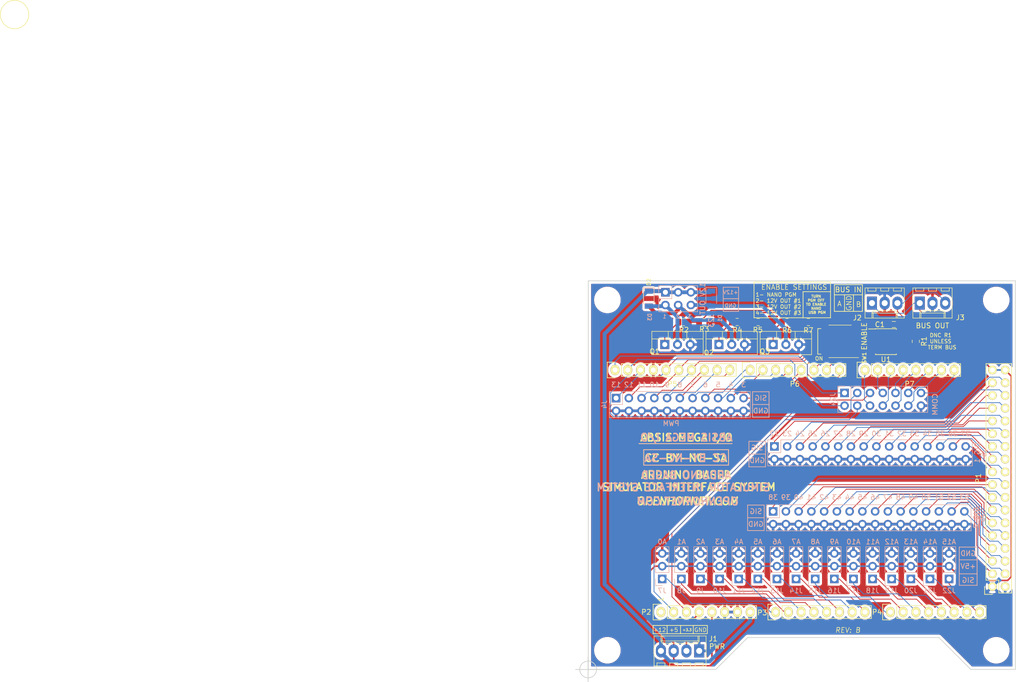
<source format=kicad_pcb>
(kicad_pcb (version 20171130) (host pcbnew "(5.1.4)-1")
  (title_block (title "ABSIS General I/O") (date 2017-12-24) (rev -) (company "F/A-18C SimPit") (comment 1 "John Steensen"))
  (layers (0 F.Cu signal) (31 B.Cu signal) (34 B.Paste user) (35 F.Paste user) (36 B.SilkS user) (37 F.SilkS user) (38 B.Mask user) (39 F.Mask user) (44 Edge.Cuts user))
  (net 0 "")
  (net 1 GND)
  (net 2 "/52(SCK)")
  (net 3 "/53(SS)")
  (net 4 "/50(MISO)")
  (net 5 "/51(MOSI)")
  (net 6 /48)
  (net 7 /49)
  (net 8 /46)
  (net 9 /47)
  (net 10 /44)
  (net 11 /45)
  (net 12 /42)
  (net 13 /43)
  (net 14 /40)
  (net 15 /41)
  (net 16 /38)
  (net 17 /39)
  (net 18 /36)
  (net 19 /37)
  (net 20 /34)
  (net 21 /35)
  (net 22 /32)
  (net 23 /33)
  (net 24 /30)
  (net 25 /31)
  (net 26 /28)
  (net 27 /29)
  (net 28 /26)
  (net 29 /27)
  (net 30 /24)
  (net 31 /25)
  (net 32 /22)
  (net 33 /23)
  (net 34 +5V)
  (net 35 /IOREF)
  (net 36 /Reset)
  (net 37 /A0)
  (net 38 /A1)
  (net 39 /A2)
  (net 40 /A3)
  (net 41 /A4)
  (net 42 /A5)
  (net 43 /A6)
  (net 44 /A7)
  (net 45 /A8)
  (net 46 /A9)
  (net 47 /A10)
  (net 48 /A11)
  (net 49 /A12)
  (net 50 /A13)
  (net 51 /A14)
  (net 52 /A15)
  (net 53 /SCL)
  (net 54 /SDA)
  (net 55 /AREF)
  (net 56 "/13(**)")
  (net 57 "/12(**)")
  (net 58 "/11(**)")
  (net 59 "/10(**)")
  (net 60 "/9(**)")
  (net 61 "/8(**)")
  (net 62 "/7(**)")
  (net 63 "/6(**)")
  (net 64 "/5(**)")
  (net 65 "/4(**)")
  (net 66 "/3(**)")
  (net 67 "/2(**)")
  (net 68 "/20(SDA)")
  (net 69 "/21(SCL)")
  (net 70 +3V3)
  (net 71 "/1(Tx0)")
  (net 72 "/0(Rx0)")
  (net 73 "/14(Tx3)")
  (net 74 "/15(Rx3)")
  (net 75 "/16(Tx2)")
  (net 76 "/17(Rx2)")
  (net 77 "/18(Tx1)")
  (net 78 "/19(Rx1)")
  (net 79 +12V)
  (net 80 "Net-(J2-Pad1)")
  (net 81 /RX_ENABLE)
  (net 82 "Net-(D1-Pad2)")
  (net 83 "Net-(D2-Pad2)")
  (net 84 "Net-(D3-Pad2)")
  (net 85 "Net-(J2-Pad3)")
  (net 86 "Net-(R2-Pad1)")
  (net 87 "Net-(R4-Pad1)")
  (net 88 "Net-(R6-Pad1)")
  (net 89 "Net-(Q1-Pad1)")
  (net 90 "Net-(Q2-Pad1)")
  (net 91 "Net-(Q3-Pad1)")
  (module Connectors_Molex:Molex_KK-6410-04_04x2.54mm_Straight (layer F.Cu) (at 136.398 126.873 180)
    (fp_text reference J1 (at -2.794 2.413 180) (layer F.SilkS))
    (fp_text value PWR (at -3.556 0.889 180) (layer F.SilkS))
    (pad 1 thru_hole rect (at 0 0 180) (size 2 2.6) (drill 1.2) (layers *.Cu *.Mask) (net 1 GND))
    (pad 2 thru_hole oval (at 2.54 0 180) (size 2 2.6) (drill 1.2) (layers *.Cu *.Mask) (net 70 +3V3))
    (pad 3 thru_hole oval (at 5.08 0 180) (size 2 2.6) (drill 1.2) (layers *.Cu *.Mask) (net 34 +5V))
    (pad 4 thru_hole oval (at 7.62 0 180) (size 2 2.6) (drill 1.2) (layers *.Cu *.Mask) (net 79 +12V))
  )
  (module Capacitors_SMD:C_0603_HandSoldering (layer F.Cu) (at 175.1838 61.7982 180)
    (fp_text reference C1 (at 2.794 0 180) (layer F.SilkS))
    (fp_text value 0.1uF)
    (pad 1 smd rect (at -0.95 0 180) (size 1.2 0.75) (layers F.Cu F.Paste F.Mask) (net 34 +5V))
    (pad 2 smd rect (at 0.95 0 180) (size 1.2 0.75) (layers F.Cu F.Paste F.Mask) (net 1 GND))
  )
  (module Diodes_SMD:D_1206 (layer F.Cu) (at 126.365 56.618 270)
    (fp_text reference D2 (at -3.278 0 270) (layer F.SilkS) (effects (font (size 0.75 0.75))))
    (fp_text value 1N4001)
    (pad 1 smd rect (at -1.5 0 270) (size 1 1.6) (layers F.Cu F.Paste F.Mask) (net 79 +12V))
    (pad 2 smd rect (at 1.5 0 270) (size 1 1.6) (layers F.Cu F.Paste F.Mask) (net 83 "Net-(D2-Pad2)"))
  )
  (module Pin_Headers:Pin_Header_Straight_2x03_Pitch2.54mm (layer B.Cu) (at 129.667 55.372 270)
    (fp_text reference J23 (at 5.684 -9.133 270) (layer B.SilkS) (effects (justify mirror)))
    (fp_text value "12V OUT" (at 1.27 -7.41 270) (layer B.SilkS) (effects (justify mirror)))
    (pad 1 thru_hole rect (at 0 0 270) (size 1.7 1.7) (drill 1) (layers *.Cu *.Mask) (net 79 +12V))
    (pad 2 thru_hole oval (at 2.54 0 270) (size 1.7 1.7) (drill 1) (layers *.Cu *.Mask) (net 84 "Net-(D3-Pad2)"))
    (pad 3 thru_hole oval (at 0 -2.54 270) (size 1.7 1.7) (drill 1) (layers *.Cu *.Mask) (net 79 +12V))
    (pad 4 thru_hole oval (at 2.54 -2.54 270) (size 1.7 1.7) (drill 1) (layers *.Cu *.Mask) (net 83 "Net-(D2-Pad2)"))
    (pad 5 thru_hole oval (at 0 -5.08 270) (size 1.7 1.7) (drill 1) (layers *.Cu *.Mask) (net 79 +12V))
    (pad 6 thru_hole oval (at 2.54 -5.08 270) (size 1.7 1.7) (drill 1) (layers *.Cu *.Mask) (net 82 "Net-(D1-Pad2)"))
  )
  (module Diodes_SMD:D_1206 (layer B.Cu) (at 138.8 56.618 270)
    (fp_text reference D1 (at 3.938 -1.75 270) (layer B.SilkS) (effects (font (size 0.75 0.75)) (justify mirror)))
    (fp_text value 1N4001)
    (pad 1 smd rect (at -1.5 0 270) (size 1 1.6) (layers B.Cu B.Paste B.Mask) (net 79 +12V))
    (pad 2 smd rect (at 1.5 0 270) (size 1 1.6) (layers B.Cu B.Paste B.Mask) (net 82 "Net-(D1-Pad2)"))
  )
  (module Diodes_SMD:D_1206 (layer B.Cu) (at 126.365 56.642 270)
    (fp_text reference D3 (at 3.664 -0.185 270) (layer B.SilkS) (effects (font (size 0.75 0.75)) (justify mirror)))
    (fp_text value 1N4001)
    (pad 1 smd rect (at -1.5 0 270) (size 1 1.6) (layers B.Cu B.Paste B.Mask) (net 79 +12V))
    (pad 2 smd rect (at 1.5 0 270) (size 1 1.6) (layers B.Cu B.Paste B.Mask) (net 84 "Net-(D3-Pad2)"))
  )
  (module Mounting_Holes:MountingHole_4.3mm_M4 (layer F.Cu) (at 118.11 126.746)
    (fp_text reference MK1 hide)
    (fp_text value Mounting_Hole)
    (pad 1 np_thru_hole circle (at 0 0) (size 4.3 4.3) (drill 4.3) (layers *.Cu *.Mask))
  )
  (module Housings_SOIC:SOIC-8_3.9x4.9mm_Pitch1.27mm (layer F.Cu) (at 173.6 65.211)
    (fp_text reference U1 (at 0 3.556) (layer F.SilkS))
    (fp_text value MAX487EESA)
    (pad 1 smd rect (at -2.7 -1.905) (size 1.55 0.6) (layers F.Cu F.Paste F.Mask) (net 81 /RX_ENABLE))
    (pad 2 smd rect (at -2.7 -0.635) (size 1.55 0.6) (layers F.Cu F.Paste F.Mask) (net 67 "/2(**)"))
    (pad 3 smd rect (at -2.7 0.635) (size 1.55 0.6) (layers F.Cu F.Paste F.Mask) (net 67 "/2(**)"))
    (pad 4 smd rect (at -2.7 1.905) (size 1.55 0.6) (layers F.Cu F.Paste F.Mask) (net 71 "/1(Tx0)"))
    (pad 5 smd rect (at 2.7 1.905) (size 1.55 0.6) (layers F.Cu F.Paste F.Mask) (net 1 GND))
    (pad 6 smd rect (at 2.7 0.635) (size 1.55 0.6) (layers F.Cu F.Paste F.Mask) (net 80 "Net-(J2-Pad1)"))
    (pad 7 smd rect (at 2.7 -0.635) (size 1.55 0.6) (layers F.Cu F.Paste F.Mask) (net 85 "Net-(J2-Pad3)"))
    (pad 8 smd rect (at 2.7 -1.905) (size 1.55 0.6) (layers F.Cu F.Paste F.Mask) (net 34 +5V))
  )
  (module TO_SOT_Packages_THT:TO-220-3_Vertical (layer F.Cu) (at 140.335 65.786)
    (fp_text reference Q2 (at -2.032 1.651) (layer F.SilkS))
    (fp_text value Device:Q_NMOS_GDS)
    (pad 1 thru_hole rect (at 0 0) (size 1.8 1.8) (drill 1) (layers *.Cu *.Mask) (net 90 "Net-(Q2-Pad1)"))
    (pad 2 thru_hole oval (at 2.54 0) (size 1.8 1.8) (drill 1) (layers *.Cu *.Mask) (net 83 "Net-(D2-Pad2)"))
    (pad 3 thru_hole oval (at 5.08 0) (size 1.8 1.8) (drill 1) (layers *.Cu *.Mask) (net 1 GND))
  )
  (module Socket_Arduino_Mega:Socket_Strip_Arduino_2x18 (layer F.Cu) (at 194.818 114.046 90)
    (fp_text reference P1 (at 21.59 -2.794 90) (layer F.SilkS))
    (fp_text value Digital)
    (pad 1 thru_hole circle (at 0 0 90) (size 1.7272 1.7272) (drill 1.016) (layers *.Cu *.Mask F.SilkS) (net 1 GND))
    (pad 2 thru_hole oval (at 0 2.54 90) (size 1.7272 1.7272) (drill 1.016) (layers *.Cu *.Mask F.SilkS) (net 1 GND))
    (pad 3 thru_hole oval (at 2.54 0 90) (size 1.7272 1.7272) (drill 1.016) (layers *.Cu *.Mask F.SilkS) (net 2 "/52(SCK)"))
    (pad 4 thru_hole oval (at 2.54 2.54 90) (size 1.7272 1.7272) (drill 1.016) (layers *.Cu *.Mask F.SilkS) (net 3 "/53(SS)"))
    (pad 5 thru_hole oval (at 5.08 0 90) (size 1.7272 1.7272) (drill 1.016) (layers *.Cu *.Mask F.SilkS) (net 4 "/50(MISO)"))
    (pad 6 thru_hole oval (at 5.08 2.54 90) (size 1.7272 1.7272) (drill 1.016) (layers *.Cu *.Mask F.SilkS) (net 5 "/51(MOSI)"))
    (pad 7 thru_hole oval (at 7.62 0 90) (size 1.7272 1.7272) (drill 1.016) (layers *.Cu *.Mask F.SilkS) (net 6 /48))
    (pad 8 thru_hole oval (at 7.62 2.54 90) (size 1.7272 1.7272) (drill 1.016) (layers *.Cu *.Mask F.SilkS) (net 7 /49))
    (pad 9 thru_hole oval (at 10.16 0 90) (size 1.7272 1.7272) (drill 1.016) (layers *.Cu *.Mask F.SilkS) (net 8 /46))
    (pad 10 thru_hole oval (at 10.16 2.54 90) (size 1.7272 1.7272) (drill 1.016) (layers *.Cu *.Mask F.SilkS) (net 9 /47))
    (pad 11 thru_hole oval (at 12.7 0 90) (size 1.7272 1.7272) (drill 1.016) (layers *.Cu *.Mask F.SilkS) (net 10 /44))
    (pad 12 thru_hole oval (at 12.7 2.54 90) (size 1.7272 1.7272) (drill 1.016) (layers *.Cu *.Mask F.SilkS) (net 11 /45))
    (pad 13 thru_hole oval (at 15.24 0 90) (size 1.7272 1.7272) (drill 1.016) (layers *.Cu *.Mask F.SilkS) (net 12 /42))
    (pad 14 thru_hole oval (at 15.24 2.54 90) (size 1.7272 1.7272) (drill 1.016) (layers *.Cu *.Mask F.SilkS) (net 13 /43))
    (pad 15 thru_hole oval (at 17.78 0 90) (size 1.7272 1.7272) (drill 1.016) (layers *.Cu *.Mask F.SilkS) (net 14 /40))
    (pad 16 thru_hole oval (at 17.78 2.54 90) (size 1.7272 1.7272) (drill 1.016) (layers *.Cu *.Mask F.SilkS) (net 15 /41))
    (pad 17 thru_hole oval (at 20.32 0 90) (size 1.7272 1.7272) (drill 1.016) (layers *.Cu *.Mask F.SilkS) (net 16 /38))
    (pad 18 thru_hole oval (at 20.32 2.54 90) (size 1.7272 1.7272) (drill 1.016) (layers *.Cu *.Mask F.SilkS) (net 17 /39))
    (pad 19 thru_hole oval (at 22.86 0 90) (size 1.7272 1.7272) (drill 1.016) (layers *.Cu *.Mask F.SilkS) (net 18 /36))
    (pad 20 thru_hole oval (at 22.86 2.54 90) (size 1.7272 1.7272) (drill 1.016) (layers *.Cu *.Mask F.SilkS) (net 19 /37))
    (pad 21 thru_hole oval (at 25.4 0 90) (size 1.7272 1.7272) (drill 1.016) (layers *.Cu *.Mask F.SilkS) (net 20 /34))
    (pad 22 thru_hole oval (at 25.4 2.54 90) (size 1.7272 1.7272) (drill 1.016) (layers *.Cu *.Mask F.SilkS) (net 21 /35))
    (pad 23 thru_hole oval (at 27.94 0 90) (size 1.7272 1.7272) (drill 1.016) (layers *.Cu *.Mask F.SilkS) (net 22 /32))
    (pad 24 thru_hole oval (at 27.94 2.54 90) (size 1.7272 1.7272) (drill 1.016) (layers *.Cu *.Mask F.SilkS) (net 23 /33))
    (pad 25 thru_hole oval (at 30.48 0 90) (size 1.7272 1.7272) (drill 1.016) (layers *.Cu *.Mask F.SilkS) (net 24 /30))
    (pad 26 thru_hole oval (at 30.48 2.54 90) (size 1.7272 1.7272) (drill 1.016) (layers *.Cu *.Mask F.SilkS) (net 25 /31))
    (pad 27 thru_hole oval (at 33.02 0 90) (size 1.7272 1.7272) (drill 1.016) (layers *.Cu *.Mask F.SilkS) (net 26 /28))
    (pad 28 thru_hole oval (at 33.02 2.54 90) (size 1.7272 1.7272) (drill 1.016) (layers *.Cu *.Mask F.SilkS) (net 27 /29))
    (pad 29 thru_hole oval (at 35.56 0 90) (size 1.7272 1.7272) (drill 1.016) (layers *.Cu *.Mask F.SilkS) (net 28 /26))
    (pad 30 thru_hole oval (at 35.56 2.54 90) (size 1.7272 1.7272) (drill 1.016) (layers *.Cu *.Mask F.SilkS) (net 29 /27))
    (pad 31 thru_hole oval (at 38.1 0 90) (size 1.7272 1.7272) (drill 1.016) (layers *.Cu *.Mask F.SilkS) (net 30 /24))
    (pad 32 thru_hole oval (at 38.1 2.54 90) (size 1.7272 1.7272) (drill 1.016) (layers *.Cu *.Mask F.SilkS) (net 31 /25))
    (pad 33 thru_hole oval (at 40.64 0 90) (size 1.7272 1.7272) (drill 1.016) (layers *.Cu *.Mask F.SilkS) (net 32 /22))
    (pad 34 thru_hole oval (at 40.64 2.54 90) (size 1.7272 1.7272) (drill 1.016) (layers *.Cu *.Mask F.SilkS) (net 33 /23))
    (pad 35 thru_hole oval (at 43.18 0 90) (size 1.7272 1.7272) (drill 1.016) (layers *.Cu *.Mask F.SilkS) (net 34 +5V))
    (pad 36 thru_hole oval (at 43.18 2.54 90) (size 1.7272 1.7272) (drill 1.016) (layers *.Cu *.Mask F.SilkS) (net 34 +5V))
  )
  (module Socket_Arduino_Mega:Socket_Strip_Arduino_1x08 (layer F.Cu) (at 128.778 119.126)
    (fp_text reference P2 (at -2.921 0) (layer F.SilkS))
    (fp_text value Power)
    (pad 1 thru_hole oval (at 0 0) (size 1.7272 2.032) (drill 1.016) (layers *.Cu *.Mask F.SilkS))
    (pad 2 thru_hole oval (at 2.54 0) (size 1.7272 2.032) (drill 1.016) (layers *.Cu *.Mask F.SilkS) (net 35 /IOREF))
    (pad 3 thru_hole oval (at 5.08 0) (size 1.7272 2.032) (drill 1.016) (layers *.Cu *.Mask F.SilkS) (net 36 /Reset))
    (pad 4 thru_hole oval (at 7.62 0) (size 1.7272 2.032) (drill 1.016) (layers *.Cu *.Mask F.SilkS) (net 70 +3V3))
    (pad 5 thru_hole oval (at 10.16 0) (size 1.7272 2.032) (drill 1.016) (layers *.Cu *.Mask F.SilkS) (net 34 +5V))
    (pad 6 thru_hole oval (at 12.7 0) (size 1.7272 2.032) (drill 1.016) (layers *.Cu *.Mask F.SilkS) (net 1 GND))
    (pad 7 thru_hole oval (at 15.24 0) (size 1.7272 2.032) (drill 1.016) (layers *.Cu *.Mask F.SilkS) (net 1 GND))
    (pad 8 thru_hole oval (at 17.78 0) (size 1.7272 2.032) (drill 1.016) (layers *.Cu *.Mask F.SilkS) (net 79 +12V))
  )
  (module Socket_Arduino_Mega:Socket_Strip_Arduino_1x08 (layer F.Cu) (at 151.638 119.126)
    (fp_text reference P3 (at -2.667 0.127) (layer F.SilkS))
    (fp_text value Analog)
    (pad 1 thru_hole oval (at 0 0) (size 1.7272 2.032) (drill 1.016) (layers *.Cu *.Mask F.SilkS) (net 37 /A0))
    (pad 2 thru_hole oval (at 2.54 0) (size 1.7272 2.032) (drill 1.016) (layers *.Cu *.Mask F.SilkS) (net 38 /A1))
    (pad 3 thru_hole oval (at 5.08 0) (size 1.7272 2.032) (drill 1.016) (layers *.Cu *.Mask F.SilkS) (net 39 /A2))
    (pad 4 thru_hole oval (at 7.62 0) (size 1.7272 2.032) (drill 1.016) (layers *.Cu *.Mask F.SilkS) (net 40 /A3))
    (pad 5 thru_hole oval (at 10.16 0) (size 1.7272 2.032) (drill 1.016) (layers *.Cu *.Mask F.SilkS) (net 41 /A4))
    (pad 6 thru_hole oval (at 12.7 0) (size 1.7272 2.032) (drill 1.016) (layers *.Cu *.Mask F.SilkS) (net 42 /A5))
    (pad 7 thru_hole oval (at 15.24 0) (size 1.7272 2.032) (drill 1.016) (layers *.Cu *.Mask F.SilkS) (net 43 /A6))
    (pad 8 thru_hole oval (at 17.78 0) (size 1.7272 2.032) (drill 1.016) (layers *.Cu *.Mask F.SilkS) (net 44 /A7))
  )
  (module Socket_Arduino_Mega:Socket_Strip_Arduino_1x08 (layer F.Cu) (at 174.498 119.126)
    (fp_text reference P4 (at -2.667 0) (layer F.SilkS))
    (fp_text value Analog)
    (pad 1 thru_hole oval (at 0 0) (size 1.7272 2.032) (drill 1.016) (layers *.Cu *.Mask F.SilkS) (net 45 /A8))
    (pad 2 thru_hole oval (at 2.54 0) (size 1.7272 2.032) (drill 1.016) (layers *.Cu *.Mask F.SilkS) (net 46 /A9))
    (pad 3 thru_hole oval (at 5.08 0) (size 1.7272 2.032) (drill 1.016) (layers *.Cu *.Mask F.SilkS) (net 47 /A10))
    (pad 4 thru_hole oval (at 7.62 0) (size 1.7272 2.032) (drill 1.016) (layers *.Cu *.Mask F.SilkS) (net 48 /A11))
    (pad 5 thru_hole oval (at 10.16 0) (size 1.7272 2.032) (drill 1.016) (layers *.Cu *.Mask F.SilkS) (net 49 /A12))
    (pad 6 thru_hole oval (at 12.7 0) (size 1.7272 2.032) (drill 1.016) (layers *.Cu *.Mask F.SilkS) (net 50 /A13))
    (pad 7 thru_hole oval (at 15.24 0) (size 1.7272 2.032) (drill 1.016) (layers *.Cu *.Mask F.SilkS) (net 51 /A14))
    (pad 8 thru_hole oval (at 17.78 0) (size 1.7272 2.032) (drill 1.016) (layers *.Cu *.Mask F.SilkS) (net 52 /A15))
  )
  (module Socket_Arduino_Mega:Socket_Strip_Arduino_1x10 (layer F.Cu) (at 119.634 70.866)
    (fp_text reference P5 (at 11.43 2.794) (layer F.SilkS))
    (fp_text value PWM)
    (pad 1 thru_hole oval (at 0 0) (size 1.7272 2.032) (drill 1.016) (layers *.Cu *.Mask F.SilkS) (net 53 /SCL))
    (pad 2 thru_hole oval (at 2.54 0) (size 1.7272 2.032) (drill 1.016) (layers *.Cu *.Mask F.SilkS) (net 54 /SDA))
    (pad 3 thru_hole oval (at 5.08 0) (size 1.7272 2.032) (drill 1.016) (layers *.Cu *.Mask F.SilkS) (net 55 /AREF))
    (pad 4 thru_hole oval (at 7.62 0) (size 1.7272 2.032) (drill 1.016) (layers *.Cu *.Mask F.SilkS) (net 1 GND))
    (pad 5 thru_hole oval (at 10.16 0) (size 1.7272 2.032) (drill 1.016) (layers *.Cu *.Mask F.SilkS) (net 56 "/13(**)"))
    (pad 6 thru_hole oval (at 12.7 0) (size 1.7272 2.032) (drill 1.016) (layers *.Cu *.Mask F.SilkS) (net 57 "/12(**)"))
    (pad 7 thru_hole oval (at 15.24 0) (size 1.7272 2.032) (drill 1.016) (layers *.Cu *.Mask F.SilkS) (net 58 "/11(**)"))
    (pad 8 thru_hole oval (at 17.78 0) (size 1.7272 2.032) (drill 1.016) (layers *.Cu *.Mask F.SilkS) (net 59 "/10(**)"))
    (pad 9 thru_hole oval (at 20.32 0) (size 1.7272 2.032) (drill 1.016) (layers *.Cu *.Mask F.SilkS) (net 60 "/9(**)"))
    (pad 10 thru_hole oval (at 22.86 0) (size 1.7272 2.032) (drill 1.016) (layers *.Cu *.Mask F.SilkS) (net 61 "/8(**)"))
  )
  (module Socket_Arduino_Mega:Socket_Strip_Arduino_1x08 (layer F.Cu) (at 146.558 70.866)
    (fp_text reference P6 (at 8.89 2.794) (layer F.SilkS))
    (fp_text value PWM)
    (pad 1 thru_hole oval (at 0 0) (size 1.7272 2.032) (drill 1.016) (layers *.Cu *.Mask F.SilkS) (net 62 "/7(**)"))
    (pad 2 thru_hole oval (at 2.54 0) (size 1.7272 2.032) (drill 1.016) (layers *.Cu *.Mask F.SilkS) (net 63 "/6(**)"))
    (pad 3 thru_hole oval (at 5.08 0) (size 1.7272 2.032) (drill 1.016) (layers *.Cu *.Mask F.SilkS) (net 64 "/5(**)"))
    (pad 4 thru_hole oval (at 7.62 0) (size 1.7272 2.032) (drill 1.016) (layers *.Cu *.Mask F.SilkS) (net 65 "/4(**)"))
    (pad 5 thru_hole oval (at 10.16 0) (size 1.7272 2.032) (drill 1.016) (layers *.Cu *.Mask F.SilkS) (net 66 "/3(**)"))
    (pad 6 thru_hole oval (at 12.7 0) (size 1.7272 2.032) (drill 1.016) (layers *.Cu *.Mask F.SilkS) (net 67 "/2(**)"))
    (pad 7 thru_hole oval (at 15.24 0) (size 1.7272 2.032) (drill 1.016) (layers *.Cu *.Mask F.SilkS) (net 71 "/1(Tx0)"))
    (pad 8 thru_hole oval (at 17.78 0) (size 1.7272 2.032) (drill 1.016) (layers *.Cu *.Mask F.SilkS) (net 72 "/0(Rx0)"))
  )
  (module Socket_Arduino_Mega:Socket_Strip_Arduino_1x08 (layer F.Cu) (at 169.418 70.866)
    (fp_text reference P7 (at 8.89 2.794) (layer F.SilkS))
    (fp_text value Communication)
    (pad 1 thru_hole oval (at 0 0) (size 1.7272 2.032) (drill 1.016) (layers *.Cu *.Mask F.SilkS) (net 73 "/14(Tx3)"))
    (pad 2 thru_hole oval (at 2.54 0) (size 1.7272 2.032) (drill 1.016) (layers *.Cu *.Mask F.SilkS) (net 74 "/15(Rx3)"))
    (pad 3 thru_hole oval (at 5.08 0) (size 1.7272 2.032) (drill 1.016) (layers *.Cu *.Mask F.SilkS) (net 75 "/16(Tx2)"))
    (pad 4 thru_hole oval (at 7.62 0) (size 1.7272 2.032) (drill 1.016) (layers *.Cu *.Mask F.SilkS) (net 76 "/17(Rx2)"))
    (pad 5 thru_hole oval (at 10.16 0) (size 1.7272 2.032) (drill 1.016) (layers *.Cu *.Mask F.SilkS) (net 77 "/18(Tx1)"))
    (pad 6 thru_hole oval (at 12.7 0) (size 1.7272 2.032) (drill 1.016) (layers *.Cu *.Mask F.SilkS) (net 78 "/19(Rx1)"))
    (pad 7 thru_hole oval (at 15.24 0) (size 1.7272 2.032) (drill 1.016) (layers *.Cu *.Mask F.SilkS) (net 68 "/20(SDA)"))
    (pad 8 thru_hole oval (at 17.78 0) (size 1.7272 2.032) (drill 1.016) (layers *.Cu *.Mask F.SilkS) (net 69 "/21(SCL)"))
  )
  (module Connectors_Molex:Molex_KK-6410-03_03x2.54mm_Straight (layer F.Cu) (at 170.815 57.531)
    (fp_text reference J2 (at -2.91084 2.92862) (layer F.SilkS))
    (fp_text value "BUS IN" (at -4.70916 -2.68224) (layer F.SilkS))
    (pad 1 thru_hole rect (at 0 0) (size 2 2.6) (drill 1.2) (layers *.Cu *.Mask) (net 80 "Net-(J2-Pad1)"))
    (pad 2 thru_hole oval (at 2.54 0) (size 2 2.6) (drill 1.2) (layers *.Cu *.Mask) (net 1 GND))
    (pad 3 thru_hole oval (at 5.08 0) (size 2 2.6) (drill 1.2) (layers *.Cu *.Mask) (net 85 "Net-(J2-Pad3)"))
  )
  (module Connectors_Molex:Molex_KK-6410-03_03x2.54mm_Straight (layer F.Cu) (at 180.34 57.531)
    (fp_text reference J3 (at 8.07212 2.8829) (layer F.SilkS))
    (fp_text value "BUS OUT" (at 2.54 4.5) (layer F.SilkS))
    (pad 1 thru_hole rect (at 0 0) (size 2 2.6) (drill 1.2) (layers *.Cu *.Mask) (net 80 "Net-(J2-Pad1)"))
    (pad 2 thru_hole oval (at 2.54 0) (size 2 2.6) (drill 1.2) (layers *.Cu *.Mask) (net 1 GND))
    (pad 3 thru_hole oval (at 5.08 0) (size 2 2.6) (drill 1.2) (layers *.Cu *.Mask) (net 85 "Net-(J2-Pad3)"))
  )
  (module Mounting_Holes:MountingHole_4.3mm_M4 (layer F.Cu) (at 195.58 126.746)
    (fp_text reference MK2 hide)
    (fp_text value Mounting_Hole)
    (pad 1 np_thru_hole circle (at 0 0) (size 4.3 4.3) (drill 4.3) (layers *.Cu *.Mask))
  )
  (module Mounting_Holes:MountingHole_4.3mm_M4 (layer F.Cu) (at 118.11 56.896)
    (fp_text reference MK3 hide)
    (fp_text value Mounting_Hole)
    (pad 1 np_thru_hole circle (at 0 0) (size 4.3 4.3) (drill 4.3) (layers *.Cu *.Mask))
  )
  (module Mounting_Holes:MountingHole_4.3mm_M4 (layer F.Cu) (at 195.58 56.896)
    (fp_text reference MK4 hide)
    (fp_text value Mounting_Hole)
    (pad 1 np_thru_hole circle (at 0 0) (size 4.3 4.3) (drill 4.3) (layers *.Cu *.Mask))
  )
  (module TO_SOT_Packages_THT:TO-220-3_Vertical (layer F.Cu) (at 129.54 65.786)
    (fp_text reference Q1 (at -2.032 1.397) (layer F.SilkS))
    (fp_text value Q_NMOS_DGS)
    (pad 1 thru_hole rect (at 0 0) (size 1.8 1.8) (drill 1) (layers *.Cu *.Mask) (net 89 "Net-(Q1-Pad1)"))
    (pad 2 thru_hole oval (at 2.54 0) (size 1.8 1.8) (drill 1) (layers *.Cu *.Mask) (net 84 "Net-(D3-Pad2)"))
    (pad 3 thru_hole oval (at 5.08 0) (size 1.8 1.8) (drill 1) (layers *.Cu *.Mask) (net 1 GND))
  )
  (module TO_SOT_Packages_THT:TO-220-3_Vertical (layer F.Cu) (at 151.13 65.786)
    (fp_text reference Q3 (at -1.651 1.397) (layer F.SilkS))
    (fp_text value Q_NMOS_DGS)
    (pad 1 thru_hole rect (at 0 0) (size 1.8 1.8) (drill 1) (layers *.Cu *.Mask) (net 91 "Net-(Q3-Pad1)"))
    (pad 2 thru_hole oval (at 2.54 0) (size 1.8 1.8) (drill 1) (layers *.Cu *.Mask) (net 82 "Net-(D1-Pad2)"))
    (pad 3 thru_hole oval (at 5.08 0) (size 1.8 1.8) (drill 1) (layers *.Cu *.Mask) (net 1 GND))
  )
  (module Buttons_Switches_SMD:SW_DIP_x4_W6.15mm_Slide_Omron_A6H (layer F.Cu) (at 164.465 65.151 180)
    (fp_text reference SW1 (at -4.826 -3.302 270) (layer F.SilkS) (effects (font (size 0.75 0.75))))
    (fp_text value ENABLE (at -4.826 1.016 270) (layer F.SilkS))
    (pad 1 smd rect (at -3.075 -1.905 180) (size 1.25 0.76) (layers F.Cu F.Paste F.Mask) (net 81 /RX_ENABLE))
    (pad 5 smd rect (at 3.075 1.905 180) (size 1.25 0.76) (layers F.Cu F.Paste F.Mask) (net 56 "/13(**)"))
    (pad 2 smd rect (at -3.075 -0.635 180) (size 1.25 0.76) (layers F.Cu F.Paste F.Mask) (net 86 "Net-(R2-Pad1)"))
    (pad 6 smd rect (at 3.075 0.635 180) (size 1.25 0.76) (layers F.Cu F.Paste F.Mask) (net 57 "/12(**)"))
    (pad 3 smd rect (at -3.075 0.635 180) (size 1.25 0.76) (layers F.Cu F.Paste F.Mask) (net 87 "Net-(R4-Pad1)"))
    (pad 7 smd rect (at 3.075 -0.635 180) (size 1.25 0.76) (layers F.Cu F.Paste F.Mask) (net 58 "/11(**)"))
    (pad 4 smd rect (at -3.075 1.905 180) (size 1.25 0.76) (layers F.Cu F.Paste F.Mask) (net 88 "Net-(R6-Pad1)"))
    (pad 8 smd rect (at 3.075 -1.905 180) (size 1.25 0.76) (layers F.Cu F.Paste F.Mask) (net 72 "/0(Rx0)"))
  )
  (module Pin_Headers:Pin_Header_Straight_2x11_Pitch2.54mm (layer B.Cu) (at 119.84 76.47 270)
    (fp_text reference J4 (at 1.27 2.33 270) (layer B.SilkS) (effects (justify mirror)))
    (fp_text value PWM (at 5.064 -10.97) (layer B.SilkS) (effects (justify mirror)))
    (pad 1 thru_hole rect (at 0 0 270) (size 1.7 1.7) (drill 1) (layers *.Cu *.Mask) (net 56 "/13(**)"))
    (pad 2 thru_hole oval (at 2.54 0 270) (size 1.7 1.7) (drill 1) (layers *.Cu *.Mask) (net 1 GND))
    (pad 3 thru_hole oval (at 0 -2.54 270) (size 1.7 1.7) (drill 1) (layers *.Cu *.Mask) (net 57 "/12(**)"))
    (pad 4 thru_hole oval (at 2.54 -2.54 270) (size 1.7 1.7) (drill 1) (layers *.Cu *.Mask) (net 1 GND))
    (pad 5 thru_hole oval (at 0 -5.08 270) (size 1.7 1.7) (drill 1) (layers *.Cu *.Mask) (net 58 "/11(**)"))
    (pad 6 thru_hole oval (at 2.54 -5.08 270) (size 1.7 1.7) (drill 1) (layers *.Cu *.Mask) (net 1 GND))
    (pad 7 thru_hole oval (at 0 -7.62 270) (size 1.7 1.7) (drill 1) (layers *.Cu *.Mask) (net 59 "/10(**)"))
    (pad 8 thru_hole oval (at 2.54 -7.62 270) (size 1.7 1.7) (drill 1) (layers *.Cu *.Mask) (net 1 GND))
    (pad 9 thru_hole oval (at 0 -10.16 270) (size 1.7 1.7) (drill 1) (layers *.Cu *.Mask) (net 60 "/9(**)"))
    (pad 10 thru_hole oval (at 2.54 -10.16 270) (size 1.7 1.7) (drill 1) (layers *.Cu *.Mask) (net 1 GND))
    (pad 11 thru_hole oval (at 0 -12.7 270) (size 1.7 1.7) (drill 1) (layers *.Cu *.Mask) (net 61 "/8(**)"))
    (pad 12 thru_hole oval (at 2.54 -12.7 270) (size 1.7 1.7) (drill 1) (layers *.Cu *.Mask) (net 1 GND))
    (pad 13 thru_hole oval (at 0 -15.24 270) (size 1.7 1.7) (drill 1) (layers *.Cu *.Mask) (net 62 "/7(**)"))
    (pad 14 thru_hole oval (at 2.54 -15.24 270) (size 1.7 1.7) (drill 1) (layers *.Cu *.Mask) (net 1 GND))
    (pad 15 thru_hole oval (at 0 -17.78 270) (size 1.7 1.7) (drill 1) (layers *.Cu *.Mask) (net 63 "/6(**)"))
    (pad 16 thru_hole oval (at 2.54 -17.78 270) (size 1.7 1.7) (drill 1) (layers *.Cu *.Mask) (net 1 GND))
    (pad 17 thru_hole oval (at 0 -20.32 270) (size 1.7 1.7) (drill 1) (layers *.Cu *.Mask) (net 64 "/5(**)"))
    (pad 18 thru_hole oval (at 2.54 -20.32 270) (size 1.7 1.7) (drill 1) (layers *.Cu *.Mask) (net 1 GND))
    (pad 19 thru_hole oval (at 0 -22.86 270) (size 1.7 1.7) (drill 1) (layers *.Cu *.Mask) (net 65 "/4(**)"))
    (pad 20 thru_hole oval (at 2.54 -22.86 270) (size 1.7 1.7) (drill 1) (layers *.Cu *.Mask) (net 1 GND))
    (pad 21 thru_hole oval (at 0 -25.4 270) (size 1.7 1.7) (drill 1) (layers *.Cu *.Mask) (net 66 "/3(**)"))
    (pad 22 thru_hole oval (at 2.54 -25.4 270) (size 1.7 1.7) (drill 1) (layers *.Cu *.Mask) (net 1 GND))
  )
  (module Pin_Headers:Pin_Header_Straight_2x16_Pitch2.54mm (layer B.Cu) (at 151.384 86.106 270)
    (fp_text reference J5 (at 1.27 -41.656 270) (layer B.SilkS) (effects (justify mirror)))
    (fp_text value "DIG 1" (at 1.27 -40.43 270) (layer B.SilkS) (effects (justify mirror)))
    (pad 1 thru_hole rect (at 0 0 270) (size 1.7 1.7) (drill 1) (layers *.Cu *.Mask) (net 32 /22))
    (pad 2 thru_hole oval (at 2.54 0 270) (size 1.7 1.7) (drill 1) (layers *.Cu *.Mask) (net 1 GND))
    (pad 3 thru_hole oval (at 0 -2.54 270) (size 1.7 1.7) (drill 1) (layers *.Cu *.Mask) (net 33 /23))
    (pad 4 thru_hole oval (at 2.54 -2.54 270) (size 1.7 1.7) (drill 1) (layers *.Cu *.Mask) (net 1 GND))
    (pad 5 thru_hole oval (at 0 -5.08 270) (size 1.7 1.7) (drill 1) (layers *.Cu *.Mask) (net 30 /24))
    (pad 6 thru_hole oval (at 2.54 -5.08 270) (size 1.7 1.7) (drill 1) (layers *.Cu *.Mask) (net 1 GND))
    (pad 7 thru_hole oval (at 0 -7.62 270) (size 1.7 1.7) (drill 1) (layers *.Cu *.Mask) (net 31 /25))
    (pad 8 thru_hole oval (at 2.54 -7.62 270) (size 1.7 1.7) (drill 1) (layers *.Cu *.Mask) (net 1 GND))
    (pad 9 thru_hole oval (at 0 -10.16 270) (size 1.7 1.7) (drill 1) (layers *.Cu *.Mask) (net 28 /26))
    (pad 10 thru_hole oval (at 2.54 -10.16 270) (size 1.7 1.7) (drill 1) (layers *.Cu *.Mask) (net 1 GND))
    (pad 11 thru_hole oval (at 0 -12.7 270) (size 1.7 1.7) (drill 1) (layers *.Cu *.Mask) (net 29 /27))
    (pad 12 thru_hole oval (at 2.54 -12.7 270) (size 1.7 1.7) (drill 1) (layers *.Cu *.Mask) (net 1 GND))
    (pad 13 thru_hole oval (at 0 -15.24 270) (size 1.7 1.7) (drill 1) (layers *.Cu *.Mask) (net 26 /28))
    (pad 14 thru_hole oval (at 2.54 -15.24 270) (size 1.7 1.7) (drill 1) (layers *.Cu *.Mask) (net 1 GND))
    (pad 15 thru_hole oval (at 0 -17.78 270) (size 1.7 1.7) (drill 1) (layers *.Cu *.Mask) (net 27 /29))
    (pad 16 thru_hole oval (at 2.54 -17.78 270) (size 1.7 1.7) (drill 1) (layers *.Cu *.Mask) (net 1 GND))
    (pad 17 thru_hole oval (at 0 -20.32 270) (size 1.7 1.7) (drill 1) (layers *.Cu *.Mask) (net 24 /30))
    (pad 18 thru_hole oval (at 2.54 -20.32 270) (size 1.7 1.7) (drill 1) (layers *.Cu *.Mask) (net 1 GND))
    (pad 19 thru_hole oval (at 0 -22.86 270) (size 1.7 1.7) (drill 1) (layers *.Cu *.Mask) (net 25 /31))
    (pad 20 thru_hole oval (at 2.54 -22.86 270) (size 1.7 1.7) (drill 1) (layers *.Cu *.Mask) (net 1 GND))
    (pad 21 thru_hole oval (at 0 -25.4 270) (size 1.7 1.7) (drill 1) (layers *.Cu *.Mask) (net 22 /32))
    (pad 22 thru_hole oval (at 2.54 -25.4 270) (size 1.7 1.7) (drill 1) (layers *.Cu *.Mask) (net 1 GND))
    (pad 23 thru_hole oval (at 0 -27.94 270) (size 1.7 1.7) (drill 1) (layers *.Cu *.Mask) (net 23 /33))
    (pad 24 thru_hole oval (at 2.54 -27.94 270) (size 1.7 1.7) (drill 1) (layers *.Cu *.Mask) (net 1 GND))
    (pad 25 thru_hole oval (at 0 -30.48 270) (size 1.7 1.7) (drill 1) (layers *.Cu *.Mask) (net 20 /34))
    (pad 26 thru_hole oval (at 2.54 -30.48 270) (size 1.7 1.7) (drill 1) (layers *.Cu *.Mask) (net 1 GND))
    (pad 27 thru_hole oval (at 0 -33.02 270) (size 1.7 1.7) (drill 1) (layers *.Cu *.Mask) (net 21 /35))
    (pad 28 thru_hole oval (at 2.54 -33.02 270) (size 1.7 1.7) (drill 1) (layers *.Cu *.Mask) (net 1 GND))
    (pad 29 thru_hole oval (at 0 -35.56 270) (size 1.7 1.7) (drill 1) (layers *.Cu *.Mask) (net 18 /36))
    (pad 30 thru_hole oval (at 2.54 -35.56 270) (size 1.7 1.7) (drill 1) (layers *.Cu *.Mask) (net 1 GND))
    (pad 31 thru_hole oval (at 0 -38.1 270) (size 1.7 1.7) (drill 1) (layers *.Cu *.Mask) (net 19 /37))
    (pad 32 thru_hole oval (at 2.54 -38.1 270) (size 1.7 1.7) (drill 1) (layers *.Cu *.Mask) (net 1 GND))
  )
  (module Pin_Headers:Pin_Header_Straight_2x16_Pitch2.54mm (layer B.Cu) (at 151.13 99.06 270)
    (fp_text reference J6 (at 1.27 -41.656 270) (layer B.SilkS) (effects (justify mirror)))
    (fp_text value "DIG 2" (at 1.27 -40.43 270) (layer B.SilkS) (effects (justify mirror)))
    (pad 1 thru_hole rect (at 0 0 270) (size 1.7 1.7) (drill 1) (layers *.Cu *.Mask) (net 16 /38))
    (pad 2 thru_hole oval (at 2.54 0 270) (size 1.7 1.7) (drill 1) (layers *.Cu *.Mask) (net 1 GND))
    (pad 3 thru_hole oval (at 0 -2.54 270) (size 1.7 1.7) (drill 1) (layers *.Cu *.Mask) (net 17 /39))
    (pad 4 thru_hole oval (at 2.54 -2.54 270) (size 1.7 1.7) (drill 1) (layers *.Cu *.Mask) (net 1 GND))
    (pad 5 thru_hole oval (at 0 -5.08 270) (size 1.7 1.7) (drill 1) (layers *.Cu *.Mask) (net 14 /40))
    (pad 6 thru_hole oval (at 2.54 -5.08 270) (size 1.7 1.7) (drill 1) (layers *.Cu *.Mask) (net 1 GND))
    (pad 7 thru_hole oval (at 0 -7.62 270) (size 1.7 1.7) (drill 1) (layers *.Cu *.Mask) (net 15 /41))
    (pad 8 thru_hole oval (at 2.54 -7.62 270) (size 1.7 1.7) (drill 1) (layers *.Cu *.Mask) (net 1 GND))
    (pad 9 thru_hole oval (at 0 -10.16 270) (size 1.7 1.7) (drill 1) (layers *.Cu *.Mask) (net 12 /42))
    (pad 10 thru_hole oval (at 2.54 -10.16 270) (size 1.7 1.7) (drill 1) (layers *.Cu *.Mask) (net 1 GND))
    (pad 11 thru_hole oval (at 0 -12.7 270) (size 1.7 1.7) (drill 1) (layers *.Cu *.Mask) (net 13 /43))
    (pad 12 thru_hole oval (at 2.54 -12.7 270) (size 1.7 1.7) (drill 1) (layers *.Cu *.Mask) (net 1 GND))
    (pad 13 thru_hole oval (at 0 -15.24 270) (size 1.7 1.7) (drill 1) (layers *.Cu *.Mask) (net 10 /44))
    (pad 14 thru_hole oval (at 2.54 -15.24 270) (size 1.7 1.7) (drill 1) (layers *.Cu *.Mask) (net 1 GND))
    (pad 15 thru_hole oval (at 0 -17.78 270) (size 1.7 1.7) (drill 1) (layers *.Cu *.Mask) (net 11 /45))
    (pad 16 thru_hole oval (at 2.54 -17.78 270) (size 1.7 1.7) (drill 1) (layers *.Cu *.Mask) (net 1 GND))
    (pad 17 thru_hole oval (at 0 -20.32 270) (size 1.7 1.7) (drill 1) (layers *.Cu *.Mask) (net 8 /46))
    (pad 18 thru_hole oval (at 2.54 -20.32 270) (size 1.7 1.7) (drill 1) (layers *.Cu *.Mask) (net 1 GND))
    (pad 19 thru_hole oval (at 0 -22.86 270) (size 1.7 1.7) (drill 1) (layers *.Cu *.Mask) (net 9 /47))
    (pad 20 thru_hole oval (at 2.54 -22.86 270) (size 1.7 1.7) (drill 1) (layers *.Cu *.Mask) (net 1 GND))
    (pad 21 thru_hole oval (at 0 -25.4 270) (size 1.7 1.7) (drill 1) (layers *.Cu *.Mask) (net 6 /48))
    (pad 22 thru_hole oval (at 2.54 -25.4 270) (size 1.7 1.7) (drill 1) (layers *.Cu *.Mask) (net 1 GND))
    (pad 23 thru_hole oval (at 0 -27.94 270) (size 1.7 1.7) (drill 1) (layers *.Cu *.Mask) (net 7 /49))
    (pad 24 thru_hole oval (at 2.54 -27.94 270) (size 1.7 1.7) (drill 1) (layers *.Cu *.Mask) (net 1 GND))
    (pad 25 thru_hole oval (at 0 -30.48 270) (size 1.7 1.7) (drill 1) (layers *.Cu *.Mask) (net 4 "/50(MISO)"))
    (pad 26 thru_hole oval (at 2.54 -30.48 270) (size 1.7 1.7) (drill 1) (layers *.Cu *.Mask) (net 1 GND))
    (pad 27 thru_hole oval (at 0 -33.02 270) (size 1.7 1.7) (drill 1) (layers *.Cu *.Mask) (net 5 "/51(MOSI)"))
    (pad 28 thru_hole oval (at 2.54 -33.02 270) (size 1.7 1.7) (drill 1) (layers *.Cu *.Mask) (net 1 GND))
    (pad 29 thru_hole oval (at 0 -35.56 270) (size 1.7 1.7) (drill 1) (layers *.Cu *.Mask) (net 2 "/52(SCK)"))
    (pad 30 thru_hole oval (at 2.54 -35.56 270) (size 1.7 1.7) (drill 1) (layers *.Cu *.Mask) (net 1 GND))
    (pad 31 thru_hole oval (at 0 -38.1 270) (size 1.7 1.7) (drill 1) (layers *.Cu *.Mask) (net 3 "/53(SS)"))
    (pad 32 thru_hole oval (at 2.54 -38.1 270) (size 1.7 1.7) (drill 1) (layers *.Cu *.Mask) (net 1 GND))
  )
  (module Pin_Headers:Pin_Header_Straight_1x03_Pitch2.54mm (layer B.Cu) (at 129.032 112.522)
    (fp_text reference J7 (at 0 2.33) (layer B.SilkS) (effects (justify mirror)))
    (fp_text value A0 (at 0 -7.41) (layer B.SilkS) (effects (justify mirror)))
    (pad 1 thru_hole rect (at 0 0) (size 1.7 1.7) (drill 1) (layers *.Cu *.Mask) (net 37 /A0))
    (pad 2 thru_hole oval (at 0 -2.54) (size 1.7 1.7) (drill 1) (layers *.Cu *.Mask) (net 34 +5V))
    (pad 3 thru_hole oval (at 0 -5.08) (size 1.7 1.7) (drill 1) (layers *.Cu *.Mask) (net 1 GND))
  )
  (module Pin_Headers:Pin_Header_Straight_1x03_Pitch2.54mm (layer B.Cu) (at 132.842 112.522)
    (fp_text reference J8 (at 0 2.33) (layer B.SilkS) (effects (justify mirror)))
    (fp_text value A1 (at 0 -7.41) (layer B.SilkS) (effects (justify mirror)))
    (pad 1 thru_hole rect (at 0 0) (size 1.7 1.7) (drill 1) (layers *.Cu *.Mask) (net 38 /A1))
    (pad 2 thru_hole oval (at 0 -2.54) (size 1.7 1.7) (drill 1) (layers *.Cu *.Mask) (net 34 +5V))
    (pad 3 thru_hole oval (at 0 -5.08) (size 1.7 1.7) (drill 1) (layers *.Cu *.Mask) (net 1 GND))
  )
  (module Pin_Headers:Pin_Header_Straight_1x03_Pitch2.54mm (layer B.Cu) (at 136.652 112.522)
    (fp_text reference J9 (at 0 2.33) (layer B.SilkS) (effects (justify mirror)))
    (fp_text value A2 (at 0 -7.41) (layer B.SilkS) (effects (justify mirror)))
    (pad 1 thru_hole rect (at 0 0) (size 1.7 1.7) (drill 1) (layers *.Cu *.Mask) (net 39 /A2))
    (pad 2 thru_hole oval (at 0 -2.54) (size 1.7 1.7) (drill 1) (layers *.Cu *.Mask) (net 34 +5V))
    (pad 3 thru_hole oval (at 0 -5.08) (size 1.7 1.7) (drill 1) (layers *.Cu *.Mask) (net 1 GND))
  )
  (module Pin_Headers:Pin_Header_Straight_1x03_Pitch2.54mm (layer B.Cu) (at 140.462 112.522)
    (fp_text reference J10 (at 0 2.33) (layer B.SilkS) (effects (justify mirror)))
    (fp_text value A3 (at 0 -7.41) (layer B.SilkS) (effects (justify mirror)))
    (pad 1 thru_hole rect (at 0 0) (size 1.7 1.7) (drill 1) (layers *.Cu *.Mask) (net 40 /A3))
    (pad 2 thru_hole oval (at 0 -2.54) (size 1.7 1.7) (drill 1) (layers *.Cu *.Mask) (net 34 +5V))
    (pad 3 thru_hole oval (at 0 -5.08) (size 1.7 1.7) (drill 1) (layers *.Cu *.Mask) (net 1 GND))
  )
  (module Pin_Headers:Pin_Header_Straight_1x03_Pitch2.54mm (layer B.Cu) (at 144.272 112.522)
    (fp_text reference J11 (at 0 2.33) (layer B.SilkS) (effects (justify mirror)))
    (fp_text value A4 (at 0 -7.41) (layer B.SilkS) (effects (justify mirror)))
    (pad 1 thru_hole rect (at 0 0) (size 1.7 1.7) (drill 1) (layers *.Cu *.Mask) (net 41 /A4))
    (pad 2 thru_hole oval (at 0 -2.54) (size 1.7 1.7) (drill 1) (layers *.Cu *.Mask) (net 34 +5V))
    (pad 3 thru_hole oval (at 0 -5.08) (size 1.7 1.7) (drill 1) (layers *.Cu *.Mask) (net 1 GND))
  )
  (module Pin_Headers:Pin_Header_Straight_1x03_Pitch2.54mm (layer B.Cu) (at 148.082 112.522)
    (fp_text reference J12 (at 0 2.33) (layer B.SilkS) (effects (justify mirror)))
    (fp_text value A5 (at 0 -7.41) (layer B.SilkS) (effects (justify mirror)))
    (pad 1 thru_hole rect (at 0 0) (size 1.7 1.7) (drill 1) (layers *.Cu *.Mask) (net 42 /A5))
    (pad 2 thru_hole oval (at 0 -2.54) (size 1.7 1.7) (drill 1) (layers *.Cu *.Mask) (net 34 +5V))
    (pad 3 thru_hole oval (at 0 -5.08) (size 1.7 1.7) (drill 1) (layers *.Cu *.Mask) (net 1 GND))
  )
  (module Pin_Headers:Pin_Header_Straight_1x03_Pitch2.54mm (layer B.Cu) (at 151.892 112.522)
    (fp_text reference J13 (at 0 2.33) (layer B.SilkS) (effects (justify mirror)))
    (fp_text value A6 (at 0 -7.41) (layer B.SilkS) (effects (justify mirror)))
    (pad 1 thru_hole rect (at 0 0) (size 1.7 1.7) (drill 1) (layers *.Cu *.Mask) (net 43 /A6))
    (pad 2 thru_hole oval (at 0 -2.54) (size 1.7 1.7) (drill 1) (layers *.Cu *.Mask) (net 34 +5V))
    (pad 3 thru_hole oval (at 0 -5.08) (size 1.7 1.7) (drill 1) (layers *.Cu *.Mask) (net 1 GND))
  )
  (module Pin_Headers:Pin_Header_Straight_1x03_Pitch2.54mm (layer B.Cu) (at 155.702 112.522)
    (fp_text reference J14 (at 0 2.33) (layer B.SilkS) (effects (justify mirror)))
    (fp_text value A7 (at 0 -7.41) (layer B.SilkS) (effects (justify mirror)))
    (pad 1 thru_hole rect (at 0 0) (size 1.7 1.7) (drill 1) (layers *.Cu *.Mask) (net 44 /A7))
    (pad 2 thru_hole oval (at 0 -2.54) (size 1.7 1.7) (drill 1) (layers *.Cu *.Mask) (net 34 +5V))
    (pad 3 thru_hole oval (at 0 -5.08) (size 1.7 1.7) (drill 1) (layers *.Cu *.Mask) (net 1 GND))
  )
  (module Pin_Headers:Pin_Header_Straight_1x03_Pitch2.54mm (layer B.Cu) (at 159.512 112.522)
    (fp_text reference J15 (at 0 2.33) (layer B.SilkS) (effects (justify mirror)))
    (fp_text value A8 (at 0 -7.41) (layer B.SilkS) (effects (justify mirror)))
    (pad 1 thru_hole rect (at 0 0) (size 1.7 1.7) (drill 1) (layers *.Cu *.Mask) (net 45 /A8))
    (pad 2 thru_hole oval (at 0 -2.54) (size 1.7 1.7) (drill 1) (layers *.Cu *.Mask) (net 34 +5V))
    (pad 3 thru_hole oval (at 0 -5.08) (size 1.7 1.7) (drill 1) (layers *.Cu *.Mask) (net 1 GND))
  )
  (module Pin_Headers:Pin_Header_Straight_1x03_Pitch2.54mm (layer B.Cu) (at 163.322 112.522)
    (fp_text reference J16 (at 0 2.33) (layer B.SilkS) (effects (justify mirror)))
    (fp_text value A9 (at 0 -7.41) (layer B.SilkS) (effects (justify mirror)))
    (pad 1 thru_hole rect (at 0 0) (size 1.7 1.7) (drill 1) (layers *.Cu *.Mask) (net 46 /A9))
    (pad 2 thru_hole oval (at 0 -2.54) (size 1.7 1.7) (drill 1) (layers *.Cu *.Mask) (net 34 +5V))
    (pad 3 thru_hole oval (at 0 -5.08) (size 1.7 1.7) (drill 1) (layers *.Cu *.Mask) (net 1 GND))
  )
  (module Pin_Headers:Pin_Header_Straight_1x03_Pitch2.54mm (layer B.Cu) (at 167.132 112.522)
    (fp_text reference J17 (at 0 2.33) (layer B.SilkS) (effects (justify mirror)))
    (fp_text value A10 (at 0 -7.41) (layer B.SilkS) (effects (justify mirror)))
    (pad 1 thru_hole rect (at 0 0) (size 1.7 1.7) (drill 1) (layers *.Cu *.Mask) (net 47 /A10))
    (pad 2 thru_hole oval (at 0 -2.54) (size 1.7 1.7) (drill 1) (layers *.Cu *.Mask) (net 34 +5V))
    (pad 3 thru_hole oval (at 0 -5.08) (size 1.7 1.7) (drill 1) (layers *.Cu *.Mask) (net 1 GND))
  )
  (module Pin_Headers:Pin_Header_Straight_1x03_Pitch2.54mm (layer B.Cu) (at 170.942 112.522)
    (fp_text reference J18 (at 0 2.33) (layer B.SilkS) (effects (justify mirror)))
    (fp_text value A11 (at 0 -7.41) (layer B.SilkS) (effects (justify mirror)))
    (pad 1 thru_hole rect (at 0 0) (size 1.7 1.7) (drill 1) (layers *.Cu *.Mask) (net 48 /A11))
    (pad 2 thru_hole oval (at 0 -2.54) (size 1.7 1.7) (drill 1) (layers *.Cu *.Mask) (net 34 +5V))
    (pad 3 thru_hole oval (at 0 -5.08) (size 1.7 1.7) (drill 1) (layers *.Cu *.Mask) (net 1 GND))
  )
  (module Pin_Headers:Pin_Header_Straight_1x03_Pitch2.54mm (layer B.Cu) (at 174.752 112.522)
    (fp_text reference J19 (at 0 2.33) (layer B.SilkS) (effects (justify mirror)))
    (fp_text value A12 (at 0 -7.41) (layer B.SilkS) (effects (justify mirror)))
    (pad 1 thru_hole rect (at 0 0) (size 1.7 1.7) (drill 1) (layers *.Cu *.Mask) (net 49 /A12))
    (pad 2 thru_hole oval (at 0 -2.54) (size 1.7 1.7) (drill 1) (layers *.Cu *.Mask) (net 34 +5V))
    (pad 3 thru_hole oval (at 0 -5.08) (size 1.7 1.7) (drill 1) (layers *.Cu *.Mask) (net 1 GND))
  )
  (module Pin_Headers:Pin_Header_Straight_1x03_Pitch2.54mm (layer B.Cu) (at 178.562 112.522)
    (fp_text reference J20 (at 0 2.33) (layer B.SilkS) (effects (justify mirror)))
    (fp_text value A13 (at 0 -7.41) (layer B.SilkS) (effects (justify mirror)))
    (pad 1 thru_hole rect (at 0 0) (size 1.7 1.7) (drill 1) (layers *.Cu *.Mask) (net 50 /A13))
    (pad 2 thru_hole oval (at 0 -2.54) (size 1.7 1.7) (drill 1) (layers *.Cu *.Mask) (net 34 +5V))
    (pad 3 thru_hole oval (at 0 -5.08) (size 1.7 1.7) (drill 1) (layers *.Cu *.Mask) (net 1 GND))
  )
  (module Pin_Headers:Pin_Header_Straight_1x03_Pitch2.54mm (layer B.Cu) (at 182.372 112.522)
    (fp_text reference J21 (at 0 2.33) (layer B.SilkS) (effects (justify mirror)))
    (fp_text value A14 (at 0 -7.41) (layer B.SilkS) (effects (justify mirror)))
    (pad 1 thru_hole rect (at 0 0) (size 1.7 1.7) (drill 1) (layers *.Cu *.Mask) (net 51 /A14))
    (pad 2 thru_hole oval (at 0 -2.54) (size 1.7 1.7) (drill 1) (layers *.Cu *.Mask) (net 34 +5V))
    (pad 3 thru_hole oval (at 0 -5.08) (size 1.7 1.7) (drill 1) (layers *.Cu *.Mask) (net 1 GND))
  )
  (module Pin_Headers:Pin_Header_Straight_1x03_Pitch2.54mm (layer B.Cu) (at 186.182 112.522)
    (fp_text reference J22 (at 0 2.33) (layer B.SilkS) (effects (justify mirror)))
    (fp_text value A15 (at 0 -7.41) (layer B.SilkS) (effects (justify mirror)))
    (pad 1 thru_hole rect (at 0 0) (size 1.7 1.7) (drill 1) (layers *.Cu *.Mask) (net 52 /A15))
    (pad 2 thru_hole oval (at 0 -2.54) (size 1.7 1.7) (drill 1) (layers *.Cu *.Mask) (net 34 +5V))
    (pad 3 thru_hole oval (at 0 -5.08) (size 1.7 1.7) (drill 1) (layers *.Cu *.Mask) (net 1 GND))
  )
  (module Pin_Headers:Pin_Header_Straight_2x07_Pitch2.54mm (layer B.Cu) (at 165.354 75.438 270)
    (fp_text reference J24 (at 1.27 2.33 270) (layer B.SilkS) (effects (justify mirror)))
    (fp_text value COMM (at 2.286 -18.034 270) (layer B.SilkS) (effects (justify mirror)))
    (pad 1 thru_hole rect (at 0 0 270) (size 1.7 1.7) (drill 1) (layers *.Cu *.Mask) (net 53 /SCL))
    (pad 2 thru_hole oval (at 2.54 0 270) (size 1.7 1.7) (drill 1) (layers *.Cu *.Mask) (net 54 /SDA))
    (pad 3 thru_hole oval (at 0 -2.54 270) (size 1.7 1.7) (drill 1) (layers *.Cu *.Mask) (net 55 /AREF))
    (pad 4 thru_hole oval (at 2.54 -2.54 270) (size 1.7 1.7) (drill 1) (layers *.Cu *.Mask) (net 35 /IOREF))
    (pad 5 thru_hole oval (at 0 -5.08 270) (size 1.7 1.7) (drill 1) (layers *.Cu *.Mask) (net 36 /Reset))
    (pad 6 thru_hole oval (at 2.54 -5.08 270) (size 1.7 1.7) (drill 1) (layers *.Cu *.Mask) (net 73 "/14(Tx3)"))
    (pad 7 thru_hole oval (at 0 -7.62 270) (size 1.7 1.7) (drill 1) (layers *.Cu *.Mask) (net 74 "/15(Rx3)"))
    (pad 8 thru_hole oval (at 2.54 -7.62 270) (size 1.7 1.7) (drill 1) (layers *.Cu *.Mask) (net 75 "/16(Tx2)"))
    (pad 9 thru_hole oval (at 0 -10.16 270) (size 1.7 1.7) (drill 1) (layers *.Cu *.Mask) (net 76 "/17(Rx2)"))
    (pad 10 thru_hole oval (at 2.54 -10.16 270) (size 1.7 1.7) (drill 1) (layers *.Cu *.Mask) (net 77 "/18(Tx1)"))
    (pad 11 thru_hole oval (at 0 -12.7 270) (size 1.7 1.7) (drill 1) (layers *.Cu *.Mask) (net 78 "/19(Rx1)"))
    (pad 12 thru_hole oval (at 2.54 -12.7 270) (size 1.7 1.7) (drill 1) (layers *.Cu *.Mask) (net 68 "/20(SDA)"))
    (pad 13 thru_hole oval (at 0 -15.24 270) (size 1.7 1.7) (drill 1) (layers *.Cu *.Mask) (net 69 "/21(SCL)"))
    (pad 14 thru_hole oval (at 2.54 -15.24 270) (size 1.7 1.7) (drill 1) (layers *.Cu *.Mask) (net 1 GND))
  )
  (module Resistor_SMD:R_0805_2012Metric_Pad1.15x1.40mm_HandSolder (layer F.Cu) (at 179.55 65.156 270)
    (fp_text reference R1 (at 0 -1.65 270) (layer F.SilkS))
    (fp_text value 120)
    (pad 1 smd roundrect (at -1.025 0 270) (size 1.15 1.4) (layers F.Cu F.Paste F.Mask) (roundrect_rratio 0.217391) (net 85 "Net-(J2-Pad3)"))
    (pad 2 smd roundrect (at 1.025 0 270) (size 1.15 1.4) (layers F.Cu F.Paste F.Mask) (roundrect_rratio 0.217391) (net 80 "Net-(J2-Pad1)"))
  )
  (module Resistor_SMD:R_0805_2012Metric_Pad1.15x1.40mm_HandSolder (layer F.Cu) (at 133.291145 61.333317 180)
    (fp_text reference R2 (at -0.058855 -1.531683 180) (layer F.SilkS))
    (fp_text value 1K)
    (pad 2 smd roundrect (at 1.025 0 180) (size 1.15 1.4) (layers F.Cu F.Paste F.Mask) (roundrect_rratio 0.217391) (net 89 "Net-(Q1-Pad1)"))
    (pad 1 smd roundrect (at -1.025 0 180) (size 1.15 1.4) (layers F.Cu F.Paste F.Mask) (roundrect_rratio 0.217391) (net 86 "Net-(R2-Pad1)"))
  )
  (module Resistor_SMD:R_0805_2012Metric_Pad1.15x1.40mm_HandSolder (layer F.Cu) (at 137.4 61.333317 180)
    (fp_text reference R3 (at -0.014 -1.404683 180) (layer F.SilkS))
    (fp_text value 1K)
    (pad 1 smd roundrect (at -1.025 0 180) (size 1.15 1.4) (layers F.Cu F.Paste F.Mask) (roundrect_rratio 0.217391) (net 1 GND))
    (pad 2 smd roundrect (at 1.025 0 180) (size 1.15 1.4) (layers F.Cu F.Paste F.Mask) (roundrect_rratio 0.217391) (net 86 "Net-(R2-Pad1)"))
  )
  (module Resistor_SMD:R_0805_2012Metric_Pad1.15x1.40mm_HandSolder (layer F.Cu) (at 143.958405 61.287157 180)
    (fp_text reference R4 (at -0.059595 -1.577843 180) (layer F.SilkS))
    (fp_text value 1K)
    (pad 1 smd roundrect (at -1.025 0 180) (size 1.15 1.4) (layers F.Cu F.Paste F.Mask) (roundrect_rratio 0.217391) (net 87 "Net-(R4-Pad1)"))
    (pad 2 smd roundrect (at 1.025 0 180) (size 1.15 1.4) (layers F.Cu F.Paste F.Mask) (roundrect_rratio 0.217391) (net 90 "Net-(Q2-Pad1)"))
  )
  (module Resistor_SMD:R_0805_2012Metric_Pad1.15x1.40mm_HandSolder (layer F.Cu) (at 148.15 61.306 180)
    (fp_text reference R5 (at 0.068 -1.559 180) (layer F.SilkS))
    (fp_text value 1K)
    (pad 2 smd roundrect (at 1.025 0 180) (size 1.15 1.4) (layers F.Cu F.Paste F.Mask) (roundrect_rratio 0.217391) (net 87 "Net-(R4-Pad1)"))
    (pad 1 smd roundrect (at -1.025 0 180) (size 1.15 1.4) (layers F.Cu F.Paste F.Mask) (roundrect_rratio 0.217391) (net 1 GND))
  )
  (module Resistor_SMD:R_0805_2012Metric_Pad1.15x1.40mm_HandSolder (layer F.Cu) (at 153.9 61.306 180)
    (fp_text reference R6 (at 0 -1.65 180) (layer F.SilkS))
    (fp_text value 1K)
    (pad 2 smd roundrect (at 1.025 0 180) (size 1.15 1.4) (layers F.Cu F.Paste F.Mask) (roundrect_rratio 0.217391) (net 91 "Net-(Q3-Pad1)"))
    (pad 1 smd roundrect (at -1.025 0 180) (size 1.15 1.4) (layers F.Cu F.Paste F.Mask) (roundrect_rratio 0.217391) (net 88 "Net-(R6-Pad1)"))
  )
  (module Resistor_SMD:R_0805_2012Metric_Pad1.15x1.40mm_HandSolder (layer F.Cu) (at 158.15 61.306 180)
    (fp_text reference R7 (at 0 -1.65 180) (layer F.SilkS))
    (fp_text value 1K)
    (pad 1 smd roundrect (at -1.025 0 180) (size 1.15 1.4) (layers F.Cu F.Paste F.Mask) (roundrect_rratio 0.217391) (net 1 GND))
    (pad 2 smd roundrect (at 1.025 0 180) (size 1.15 1.4) (layers F.Cu F.Paste F.Mask) (roundrect_rratio 0.217391) (net 88 "Net-(R6-Pad1)"))
  )
  (gr_text "REV: B" (at 166.0144 122.7328) (layer F.SilkS) (effects (font (size 1 1) (thickness 0.125) italic)))
  (gr_text OPENHORNET.COM (at 134.1882 97.0788) (layer B.SilkS) (effects (font (size 1.5 1.5) (thickness 0.3) italic) (justify mirror)))
  (gr_text 3 (at 135.001 60.198) (layer B.SilkS) (effects (font (size 0.75 0.75) (thickness 0.125)) (justify left mirror)))
  (gr_text 2 (at 132.588 60.198) (layer B.SilkS) (effects (font (size 0.75 0.75) (thickness 0.125)) (justify left mirror)))
  (gr_text 1 (at 129.921 60.198) (layer B.SilkS) (effects (font (size 0.75 0.75) (thickness 0.125)) (justify left mirror)))
  (gr_line (start 141.192 56.642) (end 141.192 54.356) (layer B.SilkS) (width 0.15))
  (gr_line (start 144.24 54.356) (end 141.192 54.356) (layer B.SilkS) (width 0.15))
  (gr_line (start 141.192 56.642) (end 144.24 56.642) (layer B.SilkS) (width 0.15))
  (gr_line (start 141.192 59.182) (end 141.192 56.642) (layer B.SilkS) (width 0.15))
  (gr_line (start 144.24 59.182) (end 141.192 59.182) (layer B.SilkS) (width 0.15))
  (gr_line (start 144.24 54.356) (end 144.24 59.182) (layer B.SilkS) (width 0.15))
  (gr_text GND (at 143.859 58.039) (layer B.SilkS) (effects (font (size 0.75 0.75) (thickness 0.125)) (justify left mirror)))
  (gr_text +12V (at 144.24 55.372) (layer B.SilkS) (effects (font (size 0.75 0.75) (thickness 0.125)) (justify left mirror)))
  (gr_line (start 157.099 55.245) (end 157.099 60.452) (layer F.SilkS) (width 0.15))
  (gr_line (start 162.56 55.245) (end 157.099 55.245) (layer F.SilkS) (width 0.15))
  (gr_text "ENABLE SETTINGS" (at 155.321 54.356) (layer F.SilkS) (effects (font (size 1 1) (thickness 0.125))))
  (gr_text OPENHORNET.COM (at 134.0358 97.028) (layer F.SilkS) (effects (font (size 1.5 1.5) (thickness 0.3) italic)))
  (gr_text "DNC R1 \nUNLESS \nTERM BUS" (at 184.785 65.151) (layer F.SilkS) (effects (font (size 0.75 0.75) (thickness 0.125))))
  (gr_line (start 165.354 55.88) (end 165.354 59.182) (layer F.SilkS) (width 0.15))
  (gr_line (start 167.132 55.88) (end 167.132 59.182) (layer F.SilkS) (width 0.15))
  (gr_line (start 168.91 59.182) (end 168.91 55.88) (layer F.SilkS) (width 0.15))
  (gr_line (start 163.322 59.182) (end 168.91 59.182) (layer F.SilkS) (width 0.15))
  (gr_line (start 163.322 55.88) (end 163.322 59.182) (layer F.SilkS) (width 0.15))
  (gr_line (start 163.322 55.88) (end 163.322 53.848) (layer F.SilkS) (width 0.15))
  (gr_line (start 168.91 55.88) (end 163.322 55.88) (layer F.SilkS) (width 0.15))
  (gr_line (start 168.91 53.848) (end 168.91 55.88) (layer F.SilkS) (width 0.15))
  (gr_line (start 163.322 53.848) (end 168.91 53.848) (layer F.SilkS) (width 0.15))
  (gr_text GND (at 166.243 57.531 90) (layer F.SilkS) (effects (font (size 1 1) (thickness 0.125))))
  (gr_text B (at 168.148 57.785) (layer F.SilkS) (effects (font (size 1 1) (thickness 0.125))))
  (gr_line (start 147.32 60.452) (end 147.32 53.34) (layer F.SilkS) (width 0.15))
  (gr_line (start 162.56 60.452) (end 147.32 60.452) (layer F.SilkS) (width 0.15))
  (gr_line (start 162.56 53.34) (end 162.56 60.452) (layer F.SilkS) (width 0.15))
  (gr_line (start 147.32 53.34) (end 162.56 53.34) (layer F.SilkS) (width 0.15))
  (gr_text A (at 164.338 57.658) (layer F.SilkS) (effects (font (size 1 1) (thickness 0.125))))
  (gr_text "TURN \nPGM OFF \nTO ENABLE \nNANO \nUSB PGM" (at 159.893 57.785) (layer F.SilkS) (effects (font (size 0.5 0.5) (thickness 0.125))))
  (gr_line (start 160.02 67.691) (end 160.655 67.691) (layer F.SilkS) (width 0.15))
  (gr_line (start 160.02 62.611) (end 160.02 67.691) (layer F.SilkS) (width 0.15))
  (gr_line (start 160.655 62.611) (end 160.02 62.611) (layer F.SilkS) (width 0.15))
  (gr_text ON (at 160.274 68.58) (layer F.SilkS) (effects (font (size 0.75 0.75) (thickness 0.125))))
  (gr_text "1- NANO PGM\n2- 12V OUT #1\n3- 12V OUT #2\n4- 12V OUT #3" (at 147.574 57.658) (layer F.SilkS) (effects (font (size 0.75 0.75) (thickness 0.125)) (justify left)))
  (gr_line (start 146.05 124.206) (end 144.78 125.476) (layer Edge.Cuts) (width 0.15))
  (gr_line (start 184.15 124.206) (end 146.05 124.206) (layer Edge.Cuts) (width 0.15))
  (gr_line (start 190.5 130.556) (end 184.15 124.206) (layer Edge.Cuts) (width 0.15))
  (gr_line (start 199.39 130.556) (end 190.5 130.556) (layer Edge.Cuts) (width 0.15))
  (gr_line (start 144.78 125.476) (end 139.7 130.556) (layer Edge.Cuts) (width 0.15))
  (gr_text "GND\n" (at 136.652 122.682) (layer F.SilkS) (effects (font (size 0.8 0.8) (thickness 0.11))))
  (gr_line (start 132.683 123.444) (end 132.683 121.793) (layer F.SilkS) (width 0.15))
  (gr_line (start 135.223 123.444) (end 135.223 121.793) (layer F.SilkS) (width 0.15))
  (gr_text +5 (at 131.318 122.682) (layer F.SilkS) (effects (font (size 0.8 0.8) (thickness 0.11))))
  (gr_line (start 138.017 121.793) (end 138.017 123.444) (layer F.SilkS) (width 0.15))
  (gr_text +12 (at 128.524 122.682) (layer F.SilkS) (effects (font (size 0.8 0.8) (thickness 0.11))))
  (gr_line (start 137.89 123.444) (end 127.222 123.444) (layer F.SilkS) (width 0.15))
  (gr_line (start 127.222 121.793) (end 138.017 121.793) (layer F.SilkS) (width 0.15))
  (gr_text +3.3 (at 133.985 122.682) (layer F.SilkS) (effects (font (size 0.5 0.5) (thickness 0.11))))
  (gr_line (start 130.016 123.444) (end 130.016 121.793) (layer F.SilkS) (width 0.15))
  (gr_line (start 127.222 123.444) (end 127.222 121.793) (layer F.SilkS) (width 0.15))
  (gr_line (start 139.7 130.556) (end 114.3 130.556) (layer Edge.Cuts) (width 0.15))
  (gr_line (start 114.3 53.086) (end 114.3 130.556) (layer Edge.Cuts) (width 0.15))
  (gr_line (start 199.39 53.086) (end 114.3 53.086) (layer Edge.Cuts) (width 0.15))
  (gr_line (start 199.39 130.556) (end 199.39 53.086) (layer Edge.Cuts) (width 0.15))
  (gr_line (start 124.4346 85.5218) (end 142.9766 85.5218) (layer B.SilkS) (width 0.15))
  (gr_line (start 124.3838 85.5472) (end 142.9258 85.5472) (layer F.SilkS) (width 0.15))
  (gr_circle (center 0 0) (end 2 2) (layer F.SilkS) (width 0.15))
  (gr_text "ABSIS MEGA I/O" (at 133.858 84.328) (layer B.SilkS) (effects (font (size 1.5 1.5) (thickness 0.3)) (justify mirror)))
  (gr_line (start 142.24 89.8144) (end 142.24 86.7664) (layer B.SilkS) (width 0.15))
  (gr_line (start 125.349 86.7664) (end 125.349 89.8144) (layer B.SilkS) (width 0.15))
  (gr_line (start 142.24 86.7664) (end 125.349 86.7664) (layer B.SilkS) (width 0.15))
  (gr_line (start 125.349 89.8144) (end 142.24 89.8144) (layer B.SilkS) (width 0.15))
  (gr_text "CC BY-NC-SA" (at 133.731 88.4174) (layer B.SilkS) (effects (font (size 1.5 1.5) (thickness 0.3)) (justify mirror)))
  (gr_text "ARDUINO BASED \nSIMULATOR INTERFACE SYSTEM" (at 133.223 93.0656) (layer B.SilkS) (effects (font (size 1.5 1.5) (thickness 0.3)) (justify mirror)))
  (gr_line (start 125.349 89.8144) (end 125.349 86.7664) (layer F.SilkS) (width 0.15))
  (gr_line (start 142.24 89.8144) (end 125.349 89.8144) (layer F.SilkS) (width 0.15))
  (gr_line (start 142.24 86.7664) (end 142.24 89.8144) (layer F.SilkS) (width 0.15))
  (gr_line (start 125.349 86.7664) (end 142.24 86.7664) (layer F.SilkS) (width 0.15))
  (gr_text "CC BY-NC-SA" (at 133.731 88.4174) (layer F.SilkS) (effects (font (size 1.5 1.5) (thickness 0.3))))
  (gr_text "ABSIS MEGA I/O" (at 133.858 84.328) (layer F.SilkS) (effects (font (size 1.5 1.5) (thickness 0.3))))
  (gr_text "ARDUINO BASED \nSIMULATOR INTERFACE SYSTEM" (at 134.366 92.9894) (layer F.SilkS) (effects (font (size 1.5 1.5) (thickness 0.3))))
  (gr_text 13 (at 119.84 73.803) (layer B.SilkS) (effects (font (size 1 1)) (justify mirror)))
  (gr_text 11 (at 124.92 73.803) (layer B.SilkS) (effects (font (size 1 1)) (justify mirror)))
  (gr_text 12 (at 122.38 73.803) (layer B.SilkS) (effects (font (size 1 1)) (justify mirror)))
  (gr_text 10 (at 127.46 73.803) (layer B.SilkS) (effects (font (size 1 1)) (justify mirror)))
  (gr_text 5 (at 140.16 73.803) (layer B.SilkS) (effects (font (size 1 1)) (justify mirror)))
  (gr_text 7 (at 135.08 73.803) (layer B.SilkS) (effects (font (size 1 1)) (justify mirror)))
  (gr_text 6 (at 137.62 73.803) (layer B.SilkS) (effects (font (size 1 1)) (justify mirror)))
  (gr_text 9 (at 130 73.803) (layer B.SilkS) (effects (font (size 1 1)) (justify mirror)))
  (gr_text 8 (at 132.54 73.803) (layer B.SilkS) (effects (font (size 1 1)) (justify mirror)))
  (gr_text 4 (at 142.7 73.803) (layer B.SilkS) (effects (font (size 1 1)) (justify mirror)))
  (gr_text 3 (at 145.24 73.803) (layer B.SilkS) (effects (font (size 1 1)) (justify mirror)))
  (gr_line (start 147.018 80.28) (end 150.32 80.28) (layer B.SilkS) (width 0.15))
  (gr_line (start 150.32 77.74) (end 147.018 77.74) (layer B.SilkS) (width 0.15))
  (gr_text GND (at 148.669 79.01) (layer B.SilkS) (effects (font (size 1 1)) (justify mirror)))
  (gr_line (start 147.018 80.28) (end 147.018 75.2) (layer B.SilkS) (width 0.15))
  (gr_line (start 150.32 75.2) (end 147.018 75.2) (layer B.SilkS) (width 0.15))
  (gr_line (start 150.32 75.2) (end 150.32 80.28) (layer B.SilkS) (width 0.15))
  (gr_text SIG (at 148.669 76.47) (layer B.SilkS) (effects (font (size 1 1)) (justify mirror)))
  (gr_text 34 (at 181.864 83.566) (layer B.SilkS) (effects (font (size 1 1)) (justify mirror)))
  (gr_text 33 (at 179.324 83.566) (layer B.SilkS) (effects (font (size 1 1)) (justify mirror)))
  (gr_text 32 (at 176.784 83.566) (layer B.SilkS) (effects (font (size 1 1)) (justify mirror)))
  (gr_text 31 (at 174.244 83.566) (layer B.SilkS) (effects (font (size 1 1)) (justify mirror)))
  (gr_text 30 (at 171.704 83.566) (layer B.SilkS) (effects (font (size 1 1)) (justify mirror)))
  (gr_text 26 (at 161.544 83.566) (layer B.SilkS) (effects (font (size 1 1)) (justify mirror)))
  (gr_text 25 (at 159.004 83.566) (layer B.SilkS) (effects (font (size 1 1)) (justify mirror)))
  (gr_text 29 (at 169.164 83.566) (layer B.SilkS) (effects (font (size 1 1)) (justify mirror)))
  (gr_text 28 (at 166.624 83.566) (layer B.SilkS) (effects (font (size 1 1)) (justify mirror)))
  (gr_text 27 (at 164.084 83.566) (layer B.SilkS) (effects (font (size 1 1)) (justify mirror)))
  (gr_text 37 (at 189.484 83.566) (layer B.SilkS) (effects (font (size 1 1)) (justify mirror)))
  (gr_text 36 (at 186.944 83.566) (layer B.SilkS) (effects (font (size 1 1)) (justify mirror)))
  (gr_text 35 (at 184.404 83.566) (layer B.SilkS) (effects (font (size 1 1)) (justify mirror)))
  (gr_text 24 (at 156.464 83.566) (layer B.SilkS) (effects (font (size 1 1)) (justify mirror)))
  (gr_text 23 (at 153.924 83.566) (layer B.SilkS) (effects (font (size 1 1)) (justify mirror)))
  (gr_text 22 (at 151.384 83.566) (layer B.SilkS) (effects (font (size 1 1)) (justify mirror)))
  (gr_line (start 146.304 90.17) (end 146.304 85.09) (layer B.SilkS) (width 0.15))
  (gr_line (start 146.304 90.17) (end 149.606 90.17) (layer B.SilkS) (width 0.15))
  (gr_line (start 149.606 85.09) (end 149.606 90.17) (layer B.SilkS) (width 0.15))
  (gr_line (start 149.606 87.63) (end 146.304 87.63) (layer B.SilkS) (width 0.15))
  (gr_line (start 149.606 85.09) (end 146.304 85.09) (layer B.SilkS) (width 0.15))
  (gr_text SIG (at 147.955 86.36) (layer B.SilkS) (effects (font (size 1 1)) (justify mirror)))
  (gr_text GND (at 147.955 88.9) (layer B.SilkS) (effects (font (size 1 1)) (justify mirror)))
  (gr_line (start 149.352 100.33) (end 146.05 100.33) (layer B.SilkS) (width 0.15))
  (gr_line (start 149.352 97.79) (end 149.352 102.87) (layer B.SilkS) (width 0.15))
  (gr_line (start 146.05 102.87) (end 149.352 102.87) (layer B.SilkS) (width 0.15))
  (gr_line (start 146.05 102.87) (end 146.05 97.79) (layer B.SilkS) (width 0.15))
  (gr_line (start 149.352 97.79) (end 146.05 97.79) (layer B.SilkS) (width 0.15))
  (gr_text GND (at 147.701 101.6) (layer B.SilkS) (effects (font (size 1 1)) (justify mirror)))
  (gr_text SIG (at 147.701 99.06) (layer B.SilkS) (effects (font (size 1 1)) (justify mirror)))
  (gr_text 53 (at 189.23 96.266) (layer B.SilkS) (effects (font (size 1 1)) (justify mirror)))
  (gr_text 52 (at 186.69 96.266) (layer B.SilkS) (effects (font (size 1 1)) (justify mirror)))
  (gr_text 51 (at 184.15 96.266) (layer B.SilkS) (effects (font (size 1 1)) (justify mirror)))
  (gr_text 50 (at 181.61 96.266) (layer B.SilkS) (effects (font (size 1 1)) (justify mirror)))
  (gr_text 49 (at 179.07 96.266) (layer B.SilkS) (effects (font (size 1 1)) (justify mirror)))
  (gr_text 48 (at 176.53 96.266) (layer B.SilkS) (effects (font (size 1 1)) (justify mirror)))
  (gr_text 47 (at 173.99 96.266) (layer B.SilkS) (effects (font (size 1 1)) (justify mirror)))
  (gr_text 46 (at 171.45 96.266) (layer B.SilkS) (effects (font (size 1 1)) (justify mirror)))
  (gr_text 45 (at 168.91 96.266) (layer B.SilkS) (effects (font (size 1 1)) (justify mirror)))
  (gr_text 44 (at 166.37 96.266) (layer B.SilkS) (effects (font (size 1 1)) (justify mirror)))
  (gr_text 43 (at 163.83 96.266) (layer B.SilkS) (effects (font (size 1 1)) (justify mirror)))
  (gr_text 42 (at 161.29 96.266) (layer B.SilkS) (effects (font (size 1 1)) (justify mirror)))
  (gr_text 41 (at 158.75 96.266) (layer B.SilkS) (effects (font (size 1 1)) (justify mirror)))
  (gr_text 40 (at 156.21 96.266) (layer B.SilkS) (effects (font (size 1 1)) (justify mirror)))
  (gr_text 39 (at 153.67 96.266) (layer B.SilkS) (effects (font (size 1 1)) (justify mirror)))
  (gr_text 38 (at 151.13 96.266) (layer B.SilkS) (effects (font (size 1 1)) (justify mirror)))
  (gr_line (start 188.214 106.172) (end 188.214 113.792) (layer B.SilkS) (width 0.15))
  (gr_line (start 191.77 113.792) (end 188.214 113.792) (layer B.SilkS) (width 0.15))
  (gr_line (start 191.77 113.792) (end 191.77 106.172) (layer B.SilkS) (width 0.15))
  (gr_line (start 188.214 106.172) (end 191.77 106.172) (layer B.SilkS) (width 0.15))
  (gr_text GND (at 189.992 107.442) (layer B.SilkS) (effects (font (size 1 1)) (justify mirror)))
  (gr_line (start 188.214 108.712) (end 191.77 108.712) (layer B.SilkS) (width 0.15))
  (gr_line (start 188.214 111.506) (end 191.77 111.506) (layer B.SilkS) (width 0.15))
  (gr_text SIG (at 189.992 112.776) (layer B.SilkS) (effects (font (size 1 1)) (justify mirror)))
  (gr_text +5V (at 189.992 109.982) (layer B.SilkS) (effects (font (size 1 1)) (justify mirror)))
  (target plus (at 114.270494 130.569687) (size 5) (width 0.15) (layer Edge.Cuts))
  (gr_text 1 (at 128.778 116.586 90) (layer F.SilkS) (effects (font (size 1 1))))
  (segment (start 194.818 111.506) (end 191.295839 107.983839) (width 0.1524) (layer F.Cu) (net 2))
  (segment (start 191.295839 107.983839) (end 191.295839 98.204839) (width 0.1524) (layer F.Cu) (net 2))
  (segment (start 191.295839 98.204839) (end 190.3222 97.2312) (width 0.1524) (layer F.Cu) (net 2))
  (segment (start 190.3222 97.2312) (end 188.5188 97.2312) (width 0.1524) (layer F.Cu) (net 2))
  (segment (start 188.5188 97.2312) (end 187.539999 98.210001) (width 0.1524) (layer F.Cu) (net 2))
  (segment (start 187.539999 98.210001) (end 186.69 99.06) (width 0.1524) (layer F.Cu) (net 2))
  (segment (start 197.358 111.506) (end 196.240399 110.388399) (width 0.1524) (layer B.Cu) (net 3))
  (segment (start 191.929679 101.759679) (end 189.23 99.06) (width 0.1524) (layer B.Cu) (net 3))
  (segment (start 196.240399 110.388399) (end 194.586349 110.388399) (width 0.1524) (layer B.Cu) (net 3))
  (segment (start 194.586349 110.388399) (end 191.929679 107.731729) (width 0.1524) (layer B.Cu) (net 3))
  (segment (start 191.929679 107.731729) (end 191.929679 101.759679) (width 0.1524) (layer B.Cu) (net 3))
  (segment (start 194.818 108.966) (end 191.703047 105.851047) (width 0.1524) (layer F.Cu) (net 4))
  (segment (start 191.703047 105.851047) (end 191.703047 97.896145) (width 0.1524) (layer F.Cu) (net 4))
  (segment (start 191.703047 97.896145) (end 190.430648 96.623746) (width 0.1524) (layer F.Cu) (net 4))
  (segment (start 190.430648 96.623746) (end 184.046254 96.623746) (width 0.1524) (layer F.Cu) (net 4))
  (segment (start 184.046254 96.623746) (end 182.459999 98.210001) (width 0.1524) (layer F.Cu) (net 4))
  (segment (start 182.459999 98.210001) (end 181.61 99.06) (width 0.1524) (layer F.Cu) (net 4))
  (segment (start 197.358 108.966) (end 196.240399 107.848399) (width 0.1524) (layer B.Cu) (net 5))
  (segment (start 185.842713 97.367287) (end 184.15 99.06) (width 0.1524) (layer B.Cu) (net 5))
  (segment (start 196.240399 107.848399) (end 194.586349 107.848399) (width 0.1524) (layer B.Cu) (net 5))
  (segment (start 194.586349 107.848399) (end 192.422116 105.684166) (width 0.1524) (layer B.Cu) (net 5))
  (segment (start 192.422116 105.684166) (end 192.422116 100.03297) (width 0.1524) (layer B.Cu) (net 5))
  (segment (start 192.422116 100.03297) (end 189.756433 97.367287) (width 0.1524) (layer B.Cu) (net 5))
  (segment (start 189.756433 97.367287) (end 185.842713 97.367287) (width 0.1524) (layer B.Cu) (net 5))
  (segment (start 194.818 106.426) (end 192.176378 103.784378) (width 0.1524) (layer F.Cu) (net 6))
  (segment (start 192.176378 103.784378) (end 192.176378 97.822682) (width 0.1524) (layer F.Cu) (net 6))
  (segment (start 192.176378 97.822682) (end 190.430647 96.076951) (width 0.1524) (layer F.Cu) (net 6))
  (segment (start 190.430647 96.076951) (end 179.513049 96.076951) (width 0.1524) (layer F.Cu) (net 6))
  (segment (start 179.513049 96.076951) (end 177.379999 98.210001) (width 0.1524) (layer F.Cu) (net 6))
  (segment (start 177.379999 98.210001) (end 176.53 99.06) (width 0.1524) (layer F.Cu) (net 6))
  (segment (start 197.358 106.426) (end 195.935601 105.003601) (width 0.1524) (layer B.Cu) (net 7))
  (segment (start 195.935601 105.003601) (end 194.281551 105.003601) (width 0.1524) (layer B.Cu) (net 7))
  (segment (start 194.281551 105.003601) (end 192.914554 103.636604) (width 0.1524) (layer B.Cu) (net 7))
  (segment (start 189.772076 96.6978) (end 181.4322 96.6978) (width 0.1524) (layer B.Cu) (net 7))
  (segment (start 181.4322 96.6978) (end 179.07 99.06) (width 0.1524) (layer B.Cu) (net 7))
  (segment (start 192.914554 103.636604) (end 192.914554 99.840278) (width 0.1524) (layer B.Cu) (net 7))
  (segment (start 192.914554 99.840278) (end 189.772076 96.6978) (width 0.1524) (layer B.Cu) (net 7))
  (segment (start 194.818 103.886) (end 192.674083 101.742083) (width 0.1524) (layer F.Cu) (net 8))
  (segment (start 192.674083 101.742083) (end 192.674083 97.664232) (width 0.1524) (layer F.Cu) (net 8))
  (segment (start 174.914228 95.595772) (end 172.299999 98.210001) (width 0.1524) (layer F.Cu) (net 8))
  (segment (start 192.674083 97.664232) (end 190.605623 95.595772) (width 0.1524) (layer F.Cu) (net 8))
  (segment (start 190.605623 95.595772) (end 174.914228 95.595772) (width 0.1524) (layer F.Cu) (net 8))
  (segment (start 172.299999 98.210001) (end 171.45 99.06) (width 0.1524) (layer F.Cu) (net 8))
  (segment (start 197.358 103.886) (end 196.240399 102.768399) (width 0.1524) (layer B.Cu) (net 9))
  (segment (start 176.889787 96.160213) (end 173.99 99.06) (width 0.1524) (layer B.Cu) (net 9))
  (segment (start 196.240399 102.768399) (end 194.538599 102.768399) (width 0.1524) (layer B.Cu) (net 9))
  (segment (start 194.538599 102.768399) (end 193.421 101.6508) (width 0.1524) (layer B.Cu) (net 9))
  (segment (start 193.421 101.6508) (end 193.421 99.704414) (width 0.1524) (layer B.Cu) (net 9))
  (segment (start 193.421 99.704414) (end 189.876799 96.160213) (width 0.1524) (layer B.Cu) (net 9))
  (segment (start 189.876799 96.160213) (end 176.889787 96.160213) (width 0.1524) (layer B.Cu) (net 9))
  (segment (start 194.818 101.346) (end 193.143939 99.671939) (width 0.1524) (layer F.Cu) (net 10))
  (segment (start 193.143939 99.671939) (end 193.143939 97.335769) (width 0.1524) (layer F.Cu) (net 10))
  (segment (start 193.143939 97.335769) (end 190.922762 95.114592) (width 0.1524) (layer F.Cu) (net 10))
  (segment (start 190.922762 95.114592) (end 170.315408 95.114592) (width 0.1524) (layer F.Cu) (net 10))
  (segment (start 170.315408 95.114592) (end 166.37 99.06) (width 0.1524) (layer F.Cu) (net 10))
  (segment (start 197.358 101.346) (end 196.1134 100.1014) (width 0.1524) (layer B.Cu) (net 11))
  (segment (start 196.1134 100.1014) (end 194.4624 100.1014) (width 0.1524) (layer B.Cu) (net 11))
  (segment (start 194.4624 100.1014) (end 190.046298 95.685298) (width 0.1524) (layer B.Cu) (net 11))
  (segment (start 190.046298 95.685298) (end 172.284702 95.685298) (width 0.1524) (layer B.Cu) (net 11))
  (segment (start 172.284702 95.685298) (end 168.91 99.06) (width 0.1524) (layer B.Cu) (net 11))
  (segment (start 194.818 98.806) (end 194.818 98.266189) (width 0.1524) (layer F.Cu) (net 12))
  (segment (start 194.818 98.266189) (end 191.19616 94.644349) (width 0.1524) (layer F.Cu) (net 12))
  (segment (start 191.19616 94.644349) (end 165.705651 94.644349) (width 0.1524) (layer F.Cu) (net 12))
  (segment (start 165.705651 94.644349) (end 161.29 99.06) (width 0.1524) (layer F.Cu) (net 12))
  (segment (start 197.358 98.806) (end 196.113367 97.561367) (width 0.1524) (layer B.Cu) (net 13))
  (segment (start 194.233767 97.561367) (end 191.803631 95.131231) (width 0.1524) (layer B.Cu) (net 13))
  (segment (start 196.113367 97.561367) (end 194.233767 97.561367) (width 0.1524) (layer B.Cu) (net 13))
  (segment (start 191.803631 95.131231) (end 167.758769 95.131231) (width 0.1524) (layer B.Cu) (net 13))
  (segment (start 167.758769 95.131231) (end 163.83 99.06) (width 0.1524) (layer B.Cu) (net 13))
  (segment (start 194.818 96.266) (end 192.7098 94.1578) (width 0.1524) (layer F.Cu) (net 14))
  (segment (start 192.7098 94.1578) (end 161.1122 94.1578) (width 0.1524) (layer F.Cu) (net 14))
  (segment (start 161.1122 94.1578) (end 156.21 99.06) (width 0.1524) (layer F.Cu) (net 14))
  (segment (start 197.358 96.266) (end 196.766407 96.266) (width 0.1524) (layer B.Cu) (net 15))
  (segment (start 195.532701 95.032293) (end 193.982395 95.032293) (width 0.1524) (layer B.Cu) (net 15))
  (segment (start 196.766407 96.266) (end 195.532701 95.032293) (width 0.1524) (layer B.Cu) (net 15))
  (segment (start 193.982395 95.032293) (end 193.239982 94.28988) (width 0.1524) (layer B.Cu) (net 15))
  (segment (start 193.239982 94.28988) (end 163.52012 94.28988) (width 0.1524) (layer B.Cu) (net 15))
  (segment (start 163.52012 94.28988) (end 158.75 99.06) (width 0.1524) (layer B.Cu) (net 15))
  (segment (start 194.818 93.726) (end 155.4616 93.726) (width 0.1524) (layer F.Cu) (net 16))
  (segment (start 151.13 98.0576) (end 151.13 99.06) (width 0.1524) (layer F.Cu) (net 16))
  (segment (start 155.4616 93.726) (end 151.13 98.0576) (width 0.1524) (layer F.Cu) (net 16))
  (segment (start 197.358 93.726) (end 196.12909 92.49709) (width 0.1524) (layer B.Cu) (net 17))
  (segment (start 196.12909 92.49709) (end 160.23291 92.49709) (width 0.1524) (layer B.Cu) (net 17))
  (segment (start 160.23291 92.49709) (end 153.67 99.06) (width 0.1524) (layer B.Cu) (net 17))
  (segment (start 194.818 91.186) (end 194.818 90.5764) (width 0.1524) (layer F.Cu) (net 18))
  (segment (start 194.818 90.5764) (end 193.1416 88.9) (width 0.1524) (layer F.Cu) (net 18))
  (segment (start 193.1416 88.9) (end 193.1416 87.4776) (width 0.1524) (layer F.Cu) (net 18))
  (segment (start 193.1416 87.4776) (end 190.246 84.582) (width 0.1524) (layer F.Cu) (net 18))
  (segment (start 190.246 84.582) (end 188.468 84.582) (width 0.1524) (layer F.Cu) (net 18))
  (segment (start 188.468 84.582) (end 186.944 86.106) (width 0.1524) (layer F.Cu) (net 18))
  (segment (start 197.358 91.186) (end 196.0372 89.8652) (width 0.1524) (layer B.Cu) (net 19))
  (segment (start 196.0372 89.8652) (end 194.2338 89.8652) (width 0.1524) (layer B.Cu) (net 19))
  (segment (start 194.2338 89.8652) (end 190.4746 86.106) (width 0.1524) (layer B.Cu) (net 19))
  (segment (start 190.4746 86.106) (end 189.484 86.106) (width 0.1524) (layer B.Cu) (net 19))
  (segment (start 194.818 88.646) (end 194.818 88.065795) (width 0.1524) (layer F.Cu) (net 20))
  (segment (start 194.818 88.065795) (end 190.532144 83.779939) (width 0.1524) (layer F.Cu) (net 20))
  (segment (start 190.532144 83.779939) (end 184.190061 83.779939) (width 0.1524) (layer F.Cu) (net 20))
  (segment (start 184.190061 83.779939) (end 181.864 86.106) (width 0.1524) (layer F.Cu) (net 20))
  (segment (start 197.358 88.646) (end 195.951223 87.239223) (width 0.1524) (layer B.Cu) (net 21))
  (segment (start 195.951223 87.239223) (end 193.411223 87.239223) (width 0.1524) (layer B.Cu) (net 21))
  (segment (start 193.411223 87.239223) (end 190.708018 84.536018) (width 0.1524) (layer B.Cu) (net 21))
  (segment (start 190.708018 84.536018) (end 185.973982 84.536018) (width 0.1524) (layer B.Cu) (net 21))
  (segment (start 185.973982 84.536018) (end 184.404 86.106) (width 0.1524) (layer B.Cu) (net 21))
  (segment (start 194.818 86.106) (end 191.98076 83.26876) (width 0.1524) (layer F.Cu) (net 22))
  (segment (start 179.62124 83.26876) (end 177.633999 85.256001) (width 0.1524) (layer F.Cu) (net 22))
  (segment (start 191.98076 83.26876) (end 179.62124 83.26876) (width 0.1524) (layer F.Cu) (net 22))
  (segment (start 177.633999 85.256001) (end 176.784 86.106) (width 0.1524) (layer F.Cu) (net 22))
  (segment (start 197.358 86.106) (end 196.1134 84.8614) (width 0.1524) (layer B.Cu) (net 23))
  (segment (start 181.5084 83.9216) (end 179.324 86.106) (width 0.1524) (layer B.Cu) (net 23))
  (segment (start 196.1134 84.8614) (end 193.5734 84.8614) (width 0.1524) (layer B.Cu) (net 23))
  (segment (start 192.6336 83.9216) (end 181.5084 83.9216) (width 0.1524) (layer B.Cu) (net 23))
  (segment (start 193.5734 84.8614) (end 192.6336 83.9216) (width 0.1524) (layer B.Cu) (net 23))
  (segment (start 175.107599 82.702401) (end 172.553999 85.256001) (width 0.1524) (layer F.Cu) (net 24))
  (segment (start 193.954401 82.702401) (end 175.107599 82.702401) (width 0.1524) (layer F.Cu) (net 24))
  (segment (start 172.553999 85.256001) (end 171.704 86.106) (width 0.1524) (layer F.Cu) (net 24))
  (segment (start 194.818 83.566) (end 193.954401 82.702401) (width 0.1524) (layer F.Cu) (net 24))
  (segment (start 197.358 83.566) (end 196.240399 82.448399) (width 0.1524) (layer B.Cu) (net 25))
  (segment (start 196.240399 82.448399) (end 186.734415 82.448399) (width 0.1524) (layer B.Cu) (net 25))
  (segment (start 186.734415 82.448399) (end 185.892366 83.290448) (width 0.1524) (layer B.Cu) (net 25))
  (segment (start 185.892366 83.290448) (end 177.059552 83.290448) (width 0.1524) (layer B.Cu) (net 25))
  (segment (start 177.059552 83.290448) (end 175.093999 85.256001) (width 0.1524) (layer B.Cu) (net 25))
  (segment (start 175.093999 85.256001) (end 174.244 86.106) (width 0.1524) (layer B.Cu) (net 25))
  (segment (start 194.818 81.026) (end 190.156048 81.026) (width 0.1524) (layer F.Cu) (net 26))
  (segment (start 190.156048 81.026) (end 189.063848 82.1182) (width 0.1524) (layer F.Cu) (net 26))
  (segment (start 189.063848 82.1182) (end 170.6118 82.1182) (width 0.1524) (layer F.Cu) (net 26))
  (segment (start 170.6118 82.1182) (end 166.624 86.106) (width 0.1524) (layer F.Cu) (net 26))
  (segment (start 170.013999 85.256001) (end 169.164 86.106) (width 0.1524) (layer B.Cu) (net 27))
  (segment (start 172.511853 82.758147) (end 170.013999 85.256001) (width 0.1524) (layer B.Cu) (net 27))
  (segment (start 197.358 81.026) (end 196.240399 79.908399) (width 0.1524) (layer B.Cu) (net 27))
  (segment (start 196.240399 79.908399) (end 188.600849 79.908399) (width 0.1524) (layer B.Cu) (net 27))
  (segment (start 188.600849 79.908399) (end 185.751101 82.758147) (width 0.1524) (layer B.Cu) (net 27))
  (segment (start 185.751101 82.758147) (end 172.511853 82.758147) (width 0.1524) (layer B.Cu) (net 27))
  (segment (start 165.862011 81.787989) (end 162.393999 85.256001) (width 0.1524) (layer F.Cu) (net 28))
  (segment (start 162.393999 85.256001) (end 161.544 86.106) (width 0.1524) (layer F.Cu) (net 28))
  (segment (start 188.927071 81.787989) (end 165.862011 81.787989) (width 0.1524) (layer F.Cu) (net 28))
  (segment (start 192.22906 78.486) (end 188.927071 81.787989) (width 0.1524) (layer F.Cu) (net 28))
  (segment (start 194.818 78.486) (end 192.22906 78.486) (width 0.1524) (layer F.Cu) (net 28))
  (segment (start 185.518921 82.317623) (end 167.872377 82.317623) (width 0.1524) (layer B.Cu) (net 29))
  (segment (start 164.933999 85.256001) (end 164.084 86.106) (width 0.1524) (layer B.Cu) (net 29))
  (segment (start 190.468145 77.368399) (end 185.518921 82.317623) (width 0.1524) (layer B.Cu) (net 29))
  (segment (start 196.240399 77.368399) (end 190.468145 77.368399) (width 0.1524) (layer B.Cu) (net 29))
  (segment (start 197.358 78.486) (end 196.240399 77.368399) (width 0.1524) (layer B.Cu) (net 29))
  (segment (start 167.872377 82.317623) (end 164.933999 85.256001) (width 0.1524) (layer B.Cu) (net 29))
  (segment (start 161.112222 81.457778) (end 157.313999 85.256001) (width 0.1524) (layer F.Cu) (net 30))
  (segment (start 157.313999 85.256001) (end 156.464 86.106) (width 0.1524) (layer F.Cu) (net 30))
  (segment (start 188.084908 81.457778) (end 161.112222 81.457778) (width 0.1524) (layer F.Cu) (net 30))
  (segment (start 193.596686 75.946) (end 188.084908 81.457778) (width 0.1524) (layer F.Cu) (net 30))
  (segment (start 194.818 75.946) (end 193.596686 75.946) (width 0.1524) (layer F.Cu) (net 30))
  (segment (start 163.264575 81.845425) (end 159.853999 85.256001) (width 0.1524) (layer B.Cu) (net 31))
  (segment (start 197.358 75.946) (end 196.240399 74.828399) (width 0.1524) (layer B.Cu) (net 31))
  (segment (start 196.240399 74.828399) (end 192.346381 74.828399) (width 0.1524) (layer B.Cu) (net 31))
  (segment (start 192.346381 74.828399) (end 185.329355 81.845425) (width 0.1524) (layer B.Cu) (net 31))
  (segment (start 185.329355 81.845425) (end 163.264575 81.845425) (width 0.1524) (layer B.Cu) (net 31))
  (segment (start 159.853999 85.256001) (end 159.004 86.106) (width 0.1524) (layer B.Cu) (net 31))
  (segment (start 155.3854 81.1022) (end 151.384 85.1036) (width 0.1524) (layer F.Cu) (net 32))
  (segment (start 151.384 85.1036) (end 151.384 86.106) (width 0.1524) (layer F.Cu) (net 32))
  (segment (start 194.818 73.406) (end 187.1218 81.1022) (width 0.1524) (layer F.Cu) (net 32))
  (segment (start 187.1218 81.1022) (end 155.3854 81.1022) (width 0.1524) (layer F.Cu) (net 32))
  (segment (start 196.240399 72.288399) (end 194.281551 72.288399) (width 0.1524) (layer B.Cu) (net 33))
  (segment (start 185.281889 81.288061) (end 158.741939 81.288061) (width 0.1524) (layer B.Cu) (net 33))
  (segment (start 197.358 73.406) (end 196.240399 72.288399) (width 0.1524) (layer B.Cu) (net 33))
  (segment (start 194.281551 72.288399) (end 185.281889 81.288061) (width 0.1524) (layer B.Cu) (net 33))
  (segment (start 158.741939 81.288061) (end 153.924 86.106) (width 0.1524) (layer B.Cu) (net 33))
  (segment (start 176.3 63.306) (end 174.083819 63.306) (width 0.3048) (layer F.Cu) (net 34))
  (segment (start 174.083819 63.306) (end 173.520422 63.869397) (width 0.3048) (layer F.Cu) (net 34))
  (segment (start 173.520422 63.869397) (end 173.520422 67.988678) (width 0.3048) (layer F.Cu) (net 34))
  (segment (start 173.520422 67.988678) (end 174.087744 68.556) (width 0.3048) (layer F.Cu) (net 34))
  (segment (start 174.087744 68.556) (end 192.508 68.556) (width 0.3048) (layer F.Cu) (net 34))
  (segment (start 192.508 68.556) (end 194.818 70.866) (width 0.3048) (layer F.Cu) (net 34))
  (segment (start 176.2 63.206) (end 176.3 63.306) (width 0.3048) (layer F.Cu) (net 34))
  (segment (start 131.318 126.873) (end 131.318 128.4778) (width 0.3048) (layer F.Cu) (net 34))
  (segment (start 131.318 128.4778) (end 131.8722 129.032) (width 0.3048) (layer F.Cu) (net 34))
  (segment (start 131.8722 129.032) (end 138.176 129.032) (width 0.3048) (layer F.Cu) (net 34))
  (segment (start 138.176 129.032) (end 138.938 128.27) (width 0.3048) (layer F.Cu) (net 34))
  (segment (start 138.938 128.27) (end 138.938 120.4468) (width 0.3048) (layer F.Cu) (net 34))
  (segment (start 138.938 120.4468) (end 138.938 119.126) (width 0.3048) (layer F.Cu) (net 34))
  (segment (start 186.182 109.982) (end 189.026799 112.826799) (width 0.3048) (layer F.Cu) (net 34))
  (segment (start 197.841619 112.826799) (end 198.577201 112.091217) (width 0.3048) (layer F.Cu) (net 34))
  (segment (start 189.026799 112.826799) (end 197.841619 112.826799) (width 0.3048) (layer F.Cu) (net 34))
  (segment (start 198.577201 112.091217) (end 198.577201 72.085201) (width 0.3048) (layer F.Cu) (net 34))
  (segment (start 198.577201 72.085201) (end 198.221599 71.729599) (width 0.3048) (layer F.Cu) (net 34))
  (segment (start 198.221599 71.729599) (end 197.358 70.866) (width 0.3048) (layer F.Cu) (net 34))
  (segment (start 131.318 126.873) (end 131.318 125.2682) (width 0.3048) (layer F.Cu) (net 34))
  (segment (start 131.318 125.2682) (end 126.5682 120.5184) (width 0.3048) (layer F.Cu) (net 34))
  (segment (start 126.5682 120.5184) (end 126.5682 110.9726) (width 0.3048) (layer F.Cu) (net 34))
  (segment (start 126.5682 110.9726) (end 127.5588 109.982) (width 0.3048) (layer F.Cu) (net 34))
  (segment (start 127.5588 109.982) (end 129.032 109.982) (width 0.3048) (layer F.Cu) (net 34))
  (segment (start 131.318 126.873) (end 131.318 126.573) (width 0.3048) (layer B.Cu) (net 34))
  (segment (start 138.765 119.126) (end 138.938 119.126) (width 0.3048) (layer B.Cu) (net 34))
  (segment (start 194.818 70.866) (end 197.358 70.866) (width 0.3048) (layer B.Cu) (net 34))
  (segment (start 132.842 109.982) (end 129.032 109.982) (width 0.3048) (layer B.Cu) (net 34))
  (segment (start 136.652 109.982) (end 132.842 109.982) (width 0.3048) (layer B.Cu) (net 34))
  (segment (start 140.462 109.982) (end 136.652 109.982) (width 0.3048) (layer B.Cu) (net 34))
  (segment (start 144.272 109.982) (end 140.462 109.982) (width 0.3048) (layer B.Cu) (net 34))
  (segment (start 148.082 109.982) (end 144.272 109.982) (width 0.3048) (layer B.Cu) (net 34))
  (segment (start 151.892 109.982) (end 148.082 109.982) (width 0.3048) (layer B.Cu) (net 34))
  (segment (start 155.702 109.982) (end 151.892 109.982) (width 0.3048) (layer B.Cu) (net 34))
  (segment (start 159.512 109.982) (end 155.702 109.982) (width 0.3048) (layer B.Cu) (net 34))
  (segment (start 163.322 109.982) (end 159.512 109.982) (width 0.3048) (layer B.Cu) (net 34))
  (segment (start 167.132 109.982) (end 163.322 109.982) (width 0.3048) (layer B.Cu) (net 34))
  (segment (start 170.942 109.982) (end 167.132 109.982) (width 0.3048) (layer B.Cu) (net 34))
  (segment (start 174.752 109.982) (end 170.942 109.982) (width 0.3048) (layer B.Cu) (net 34))
  (segment (start 178.562 109.982) (end 174.752 109.982) (width 0.3048) (layer B.Cu) (net 34))
  (segment (start 182.372 109.982) (end 178.562 109.982) (width 0.3048) (layer B.Cu) (net 34))
  (segment (start 186.182 109.982) (end 182.372 109.982) (width 0.3048) (layer B.Cu) (net 34))
  (segment (start 138.938 119.2784) (end 138.938 119.126) (width 0.3048) (layer F.Cu) (net 34))
  (segment (start 176.1338 63.1398) (end 176.3 63.306) (width 0.3048) (layer F.Cu) (net 34))
  (segment (start 176.1338 61.7982) (end 176.1338 63.1398) (width 0.3048) (layer F.Cu) (net 34))
  (segment (start 167.894 77.978) (end 167.894 79.180081) (width 0.1524) (layer B.Cu) (net 35))
  (segment (start 167.894 79.180081) (end 166.302081 80.772) (width 0.1524) (layer B.Cu) (net 35))
  (segment (start 127.395051 106.938217) (end 127.395051 115.050651) (width 0.1524) (layer B.Cu) (net 35))
  (segment (start 166.302081 80.772) (end 153.561268 80.772) (width 0.1524) (layer B.Cu) (net 35))
  (segment (start 153.561268 80.772) (end 127.395051 106.938217) (width 0.1524) (layer B.Cu) (net 35))
  (segment (start 127.395051 115.050651) (end 131.318 118.9736) (width 0.1524) (layer B.Cu) (net 35))
  (segment (start 131.318 118.9736) (end 131.318 119.126) (width 0.1524) (layer B.Cu) (net 35))
  (segment (start 170.434 75.438) (end 168.998001 76.873999) (width 0.1524) (layer F.Cu) (net 36))
  (segment (start 168.998001 76.873999) (end 157.459268 76.873999) (width 0.1524) (layer F.Cu) (net 36))
  (segment (start 157.459268 76.873999) (end 130.9624 103.370867) (width 0.1524) (layer F.Cu) (net 36))
  (segment (start 130.9624 103.370867) (end 130.9624 116.078) (width 0.1524) (layer F.Cu) (net 36))
  (segment (start 130.9624 116.078) (end 133.858 118.9736) (width 0.1524) (layer F.Cu) (net 36))
  (segment (start 133.858 118.9736) (end 133.858 119.126) (width 0.1524) (layer F.Cu) (net 36))
  (segment (start 129.032 112.522) (end 130.0344 112.522) (width 0.1524) (layer B.Cu) (net 37))
  (segment (start 130.0344 112.522) (end 134.962 117.4496) (width 0.1524) (layer B.Cu) (net 37))
  (segment (start 134.962 117.4496) (end 148.9456 117.4496) (width 0.1524) (layer B.Cu) (net 37))
  (segment (start 148.9456 117.4496) (end 150.622 119.126) (width 0.1524) (layer B.Cu) (net 37))
  (segment (start 150.622 119.126) (end 151.638 119.126) (width 0.1524) (layer B.Cu) (net 37))
  (segment (start 132.842 112.522) (end 132.842 113.5244) (width 0.1524) (layer F.Cu) (net 38))
  (segment (start 132.842 113.5244) (end 134.8114 115.4938) (width 0.1524) (layer F.Cu) (net 38))
  (segment (start 134.8114 115.4938) (end 149.738739 115.4938) (width 0.1524) (layer F.Cu) (net 38))
  (segment (start 149.738739 115.4938) (end 153.370939 119.126) (width 0.1524) (layer F.Cu) (net 38))
  (segment (start 153.370939 119.126) (end 154.178 119.126) (width 0.1524) (layer F.Cu) (net 38))
  (segment (start 156.718 118.9736) (end 156.718 119.126) (width 0.1524) (layer B.Cu) (net 39))
  (segment (start 136.652 112.522) (end 137.6544 112.522) (width 0.1524) (layer B.Cu) (net 39))
  (segment (start 137.6544 112.522) (end 142.069695 116.937295) (width 0.1524) (layer B.Cu) (net 39))
  (segment (start 154.681695 116.937295) (end 156.718 118.9736) (width 0.1524) (layer B.Cu) (net 39))
  (segment (start 142.069695 116.937295) (end 154.681695 116.937295) (width 0.1524) (layer B.Cu) (net 39))
  (segment (start 140.462 112.522) (end 141.4644 112.522) (width 0.1524) (layer F.Cu) (net 40))
  (segment (start 152.496538 117.225853) (end 157.510253 117.225853) (width 0.1524) (layer F.Cu) (net 40))
  (segment (start 159.258 118.9736) (end 159.258 119.126) (width 0.1524) (layer F.Cu) (net 40))
  (segment (start 141.4644 112.522) (end 143.921333 114.978933) (width 0.1524) (layer F.Cu) (net 40))
  (segment (start 143.921333 114.978933) (end 150.249618 114.978933) (width 0.1524) (layer F.Cu) (net 40))
  (segment (start 157.510253 117.225853) (end 159.258 118.9736) (width 0.1524) (layer F.Cu) (net 40))
  (segment (start 150.249618 114.978933) (end 152.496538 117.225853) (width 0.1524) (layer F.Cu) (net 40))
  (segment (start 144.272 112.522) (end 145.2744 112.522) (width 0.1524) (layer B.Cu) (net 41))
  (segment (start 145.2744 112.522) (end 149.134723 116.382323) (width 0.1524) (layer B.Cu) (net 41))
  (segment (start 149.134723 116.382323) (end 159.206723 116.382323) (width 0.1524) (layer B.Cu) (net 41))
  (segment (start 159.206723 116.382323) (end 161.798 118.9736) (width 0.1524) (layer B.Cu) (net 41))
  (segment (start 161.798 118.9736) (end 161.798 119.126) (width 0.1524) (layer B.Cu) (net 41))
  (segment (start 148.082 112.522) (end 149.0844 112.522) (width 0.1524) (layer F.Cu) (net 42))
  (segment (start 162.077927 116.713527) (end 164.338 118.9736) (width 0.1524) (layer F.Cu) (net 42))
  (segment (start 164.338 118.9736) (end 164.338 119.126) (width 0.1524) (layer F.Cu) (net 42))
  (segment (start 149.0844 112.522) (end 153.275927 116.713527) (width 0.1524) (layer F.Cu) (net 42))
  (segment (start 153.275927 116.713527) (end 162.077927 116.713527) (width 0.1524) (layer F.Cu) (net 42))
  (segment (start 151.892 112.522) (end 152.8944 112.522) (width 0.1524) (layer B.Cu) (net 43))
  (segment (start 152.8944 112.522) (end 156.193613 115.821213) (width 0.1524) (layer B.Cu) (net 43))
  (segment (start 156.193613 115.821213) (end 160.82244 115.821213) (width 0.1524) (layer B.Cu) (net 43))
  (segment (start 160.82244 115.821213) (end 161.728096 116.726869) (width 0.1524) (layer B.Cu) (net 43))
  (segment (start 161.728096 116.726869) (end 164.631269 116.726869) (width 0.1524) (layer B.Cu) (net 43))
  (segment (start 164.631269 116.726869) (end 166.878 118.9736) (width 0.1524) (layer B.Cu) (net 43))
  (segment (start 166.878 118.9736) (end 166.878 119.126) (width 0.1524) (layer B.Cu) (net 43))
  (segment (start 155.702 112.522) (end 156.7044 112.522) (width 0.1524) (layer F.Cu) (net 44))
  (segment (start 156.7044 112.522) (end 160.341589 116.159189) (width 0.1524) (layer F.Cu) (net 44))
  (segment (start 160.341589 116.159189) (end 166.603589 116.159189) (width 0.1524) (layer F.Cu) (net 44))
  (segment (start 166.603589 116.159189) (end 169.418 118.9736) (width 0.1524) (layer F.Cu) (net 44))
  (segment (start 169.418 118.9736) (end 169.418 119.126) (width 0.1524) (layer F.Cu) (net 44))
  (segment (start 159.512 112.522) (end 159.512 113.5244) (width 0.1524) (layer B.Cu) (net 45))
  (segment (start 159.512 113.5244) (end 162.1164 116.1288) (width 0.1524) (layer B.Cu) (net 45))
  (segment (start 162.1164 116.1288) (end 170.4848 116.1288) (width 0.1524) (layer B.Cu) (net 45))
  (segment (start 170.4848 116.1288) (end 173.482 119.126) (width 0.1524) (layer B.Cu) (net 45))
  (segment (start 173.482 119.126) (end 174.498 119.126) (width 0.1524) (layer B.Cu) (net 45))
  (segment (start 163.322 112.522) (end 164.3244 112.522) (width 0.1524) (layer F.Cu) (net 46))
  (segment (start 164.3244 112.522) (end 168.363 116.5606) (width 0.1524) (layer F.Cu) (net 46))
  (segment (start 168.363 116.5606) (end 174.625 116.5606) (width 0.1524) (layer F.Cu) (net 46))
  (segment (start 174.625 116.5606) (end 177.038 118.9736) (width 0.1524) (layer F.Cu) (net 46))
  (segment (start 177.038 118.9736) (end 177.038 119.126) (width 0.1524) (layer F.Cu) (net 46))
  (segment (start 167.132 112.522) (end 167.132 113.5244) (width 0.1524) (layer B.Cu) (net 47))
  (segment (start 167.132 113.5244) (end 169.104622 115.497022) (width 0.1524) (layer B.Cu) (net 47))
  (segment (start 169.104622 115.497022) (end 176.101422 115.497022) (width 0.1524) (layer B.Cu) (net 47))
  (segment (start 176.101422 115.497022) (end 179.578 118.9736) (width 0.1524) (layer B.Cu) (net 47))
  (segment (start 179.578 118.9736) (end 179.578 119.126) (width 0.1524) (layer B.Cu) (net 47))
  (segment (start 170.942 112.522) (end 171.9444 112.522) (width 0.1524) (layer F.Cu) (net 48))
  (segment (start 175.983 116.5606) (end 179.705 116.5606) (width 0.1524) (layer F.Cu) (net 48))
  (segment (start 171.9444 112.522) (end 175.983 116.5606) (width 0.1524) (layer F.Cu) (net 48))
  (segment (start 179.705 116.5606) (end 182.118 118.9736) (width 0.1524) (layer F.Cu) (net 48))
  (segment (start 182.118 118.9736) (end 182.118 119.126) (width 0.1524) (layer F.Cu) (net 48))
  (segment (start 174.752 112.522) (end 175.7544 112.522) (width 0.1524) (layer B.Cu) (net 49))
  (segment (start 175.7544 112.522) (end 179.031 115.7986) (width 0.1524) (layer B.Cu) (net 49))
  (segment (start 179.031 115.7986) (end 181.483 115.7986) (width 0.1524) (layer B.Cu) (net 49))
  (segment (start 181.483 115.7986) (end 184.658 118.9736) (width 0.1524) (layer B.Cu) (net 49))
  (segment (start 184.658 118.9736) (end 184.658 119.126) (width 0.1524) (layer B.Cu) (net 49))
  (segment (start 178.562 112.522) (end 179.5644 112.522) (width 0.1524) (layer F.Cu) (net 50))
  (segment (start 179.5644 112.522) (end 183.603 116.5606) (width 0.1524) (layer F.Cu) (net 50))
  (segment (start 183.603 116.5606) (end 184.785 116.5606) (width 0.1524) (layer F.Cu) (net 50))
  (segment (start 184.785 116.5606) (end 187.198 118.9736) (width 0.1524) (layer F.Cu) (net 50))
  (segment (start 187.198 118.9736) (end 187.198 119.126) (width 0.1524) (layer F.Cu) (net 50))
  (segment (start 182.372 112.522) (end 183.3744 112.522) (width 0.1524) (layer B.Cu) (net 51))
  (segment (start 183.3744 112.522) (end 189.738 118.8856) (width 0.1524) (layer B.Cu) (net 51))
  (segment (start 189.738 118.8856) (end 189.738 119.126) (width 0.1524) (layer B.Cu) (net 51))
  (segment (start 186.182 112.522) (end 186.182 113.5244) (width 0.1524) (layer F.Cu) (net 52))
  (segment (start 191.7836 119.126) (end 192.278 119.126) (width 0.1524) (layer F.Cu) (net 52))
  (segment (start 186.182 113.5244) (end 191.7836 119.126) (width 0.1524) (layer F.Cu) (net 52))
  (segment (start 165.354 75.438) (end 160.909 75.438) (width 0.1524) (layer B.Cu) (net 53))
  (segment (start 160.909 75.438) (end 157.939574 72.468574) (width 0.1524) (layer B.Cu) (net 53))
  (segment (start 157.939574 72.468574) (end 157.939574 69.825383) (width 0.1524) (layer B.Cu) (net 53))
  (segment (start 157.939574 69.825383) (end 156.209405 68.095214) (width 0.1524) (layer B.Cu) (net 53))
  (segment (start 120.760786 68.095214) (end 119.634 69.222) (width 0.1524) (layer B.Cu) (net 53))
  (segment (start 156.209405 68.095214) (end 120.760786 68.095214) (width 0.1524) (layer B.Cu) (net 53))
  (segment (start 119.634 69.222) (end 119.634 70.866) (width 0.1524) (layer B.Cu) (net 53))
  (segment (start 119.634 70.866) (end 119.634 70.7136) (width 0.1524) (layer B.Cu) (net 53))
  (segment (start 122.174 70.866) (end 122.174 70.7136) (width 0.1524) (layer B.Cu) (net 54))
  (segment (start 161.036 77.978) (end 164.151919 77.978) (width 0.1524) (layer B.Cu) (net 54))
  (segment (start 122.174 70.7136) (end 124.1044 68.7832) (width 0.1524) (layer B.Cu) (net 54))
  (segment (start 124.1044 68.7832) (end 154.452152 68.7832) (width 0.1524) (layer B.Cu) (net 54))
  (segment (start 154.452152 68.7832) (end 155.448 69.779048) (width 0.1524) (layer B.Cu) (net 54))
  (segment (start 155.448 69.779048) (end 155.448 72.39) (width 0.1524) (layer B.Cu) (net 54))
  (segment (start 155.448 72.39) (end 161.036 77.978) (width 0.1524) (layer B.Cu) (net 54))
  (segment (start 164.151919 77.978) (end 165.354 77.978) (width 0.1524) (layer B.Cu) (net 54))
  (segment (start 167.894 75.438) (end 166.633116 76.698884) (width 0.1524) (layer B.Cu) (net 55))
  (segment (start 119.310079 80.114001) (end 118.735999 79.539921) (width 0.1524) (layer B.Cu) (net 55))
  (segment (start 166.633116 76.698884) (end 166.633116 79.044946) (width 0.1524) (layer B.Cu) (net 55))
  (segment (start 166.633116 79.044946) (end 165.564061 80.114001) (width 0.1524) (layer B.Cu) (net 55))
  (segment (start 165.564061 80.114001) (end 119.310079 80.114001) (width 0.1524) (layer B.Cu) (net 55))
  (segment (start 124.714 71.0184) (end 124.714 70.866) (width 0.1524) (layer B.Cu) (net 55))
  (segment (start 118.735999 79.539921) (end 118.735999 75.416799) (width 0.1524) (layer B.Cu) (net 55))
  (segment (start 118.735999 75.416799) (end 122.016788 72.13601) (width 0.1524) (layer B.Cu) (net 55))
  (segment (start 122.016788 72.13601) (end 123.59639 72.13601) (width 0.1524) (layer B.Cu) (net 55))
  (segment (start 123.59639 72.13601) (end 124.714 71.0184) (width 0.1524) (layer B.Cu) (net 55))
  (segment (start 161.39 63.246) (end 159.896849 63.246) (width 0.1524) (layer F.Cu) (net 56))
  (segment (start 159.896849 65.020151) (end 156.430807 68.486193) (width 0.1524) (layer F.Cu) (net 56))
  (segment (start 159.896849 63.246) (end 159.896849 65.020151) (width 0.1524) (layer F.Cu) (net 56))
  (segment (start 129.794 70.7136) (end 129.794 70.866) (width 0.1524) (layer F.Cu) (net 56))
  (segment (start 156.430807 68.486193) (end 132.021407 68.486193) (width 0.1524) (layer F.Cu) (net 56))
  (segment (start 132.021407 68.486193) (end 129.794 70.7136) (width 0.1524) (layer F.Cu) (net 56))
  (segment (start 161.39 63.246) (end 160.782 63.246) (width 0.1524) (layer F.Cu) (net 56))
  (segment (start 129.794 71.0184) (end 129.794 70.866) (width 0.1524) (layer B.Cu) (net 56))
  (segment (start 128.67639 72.13601) (end 129.794 71.0184) (width 0.1524) (layer B.Cu) (net 56))
  (segment (start 124.17399 72.13601) (end 128.67639 72.13601) (width 0.1524) (layer B.Cu) (net 56))
  (segment (start 119.84 76.47) (end 124.17399 72.13601) (width 0.1524) (layer B.Cu) (net 56))
  (segment (start 132.334 70.866) (end 132.334 71.0184) (width 0.1524) (layer F.Cu) (net 57))
  (segment (start 132.334 71.0184) (end 129.138961 74.213439) (width 0.1524) (layer F.Cu) (net 57))
  (segment (start 129.138961 74.213439) (end 124.636561 74.213439) (width 0.1524) (layer F.Cu) (net 57))
  (segment (start 124.636561 74.213439) (end 122.38 76.47) (width 0.1524) (layer F.Cu) (net 57))
  (segment (start 134.231196 68.816404) (end 132.334 70.7136) (width 0.1524) (layer F.Cu) (net 57))
  (segment (start 156.844596 68.816404) (end 134.231196 68.816404) (width 0.1524) (layer F.Cu) (net 57))
  (segment (start 161.39 64.516) (end 161.145 64.516) (width 0.1524) (layer F.Cu) (net 57))
  (segment (start 161.145 64.516) (end 156.844596 68.816404) (width 0.1524) (layer F.Cu) (net 57))
  (segment (start 132.334 70.7136) (end 132.334 70.866) (width 0.1524) (layer F.Cu) (net 57))
  (segment (start 136.440985 69.146615) (end 134.874 70.7136) (width 0.1524) (layer F.Cu) (net 58))
  (segment (start 160.6126 65.786) (end 157.251985 69.146615) (width 0.1524) (layer F.Cu) (net 58))
  (segment (start 161.39 65.786) (end 160.6126 65.786) (width 0.1524) (layer F.Cu) (net 58))
  (segment (start 157.251985 69.146615) (end 136.440985 69.146615) (width 0.1524) (layer F.Cu) (net 58))
  (segment (start 134.874 70.7136) (end 134.874 70.866) (width 0.1524) (layer F.Cu) (net 58))
  (segment (start 124.92 76.47) (end 126.024001 75.365999) (width 0.1524) (layer B.Cu) (net 58))
  (segment (start 126.024001 75.365999) (end 130.526401 75.365999) (width 0.1524) (layer B.Cu) (net 58))
  (segment (start 130.526401 75.365999) (end 134.874 71.0184) (width 0.1524) (layer B.Cu) (net 58))
  (segment (start 134.874 71.0184) (end 134.874 70.866) (width 0.1524) (layer B.Cu) (net 58))
  (segment (start 137.414 70.866) (end 137.181253 70.866) (width 0.1524) (layer F.Cu) (net 59))
  (segment (start 137.181253 70.866) (end 133.131281 74.915972) (width 0.1524) (layer F.Cu) (net 59))
  (segment (start 129.014028 74.915972) (end 127.46 76.47) (width 0.1524) (layer F.Cu) (net 59))
  (segment (start 133.131281 74.915972) (end 129.014028 74.915972) (width 0.1524) (layer F.Cu) (net 59))
  (segment (start 130 76.47) (end 131.104001 75.365999) (width 0.1524) (layer B.Cu) (net 60))
  (segment (start 139.954 71.0184) (end 139.954 70.866) (width 0.1524) (layer B.Cu) (net 60))
  (segment (start 131.104001 75.365999) (end 135.606401 75.365999) (width 0.1524) (layer B.Cu) (net 60))
  (segment (start 135.606401 75.365999) (end 139.954 71.0184) (width 0.1524) (layer B.Cu) (net 60))
  (segment (start 142.494 70.866) (end 142.494 71.0184) (width 0.1524) (layer F.Cu) (net 61))
  (segment (start 136.87399 72.13601) (end 132.54 76.47) (width 0.1524) (layer F.Cu) (net 61))
  (segment (start 142.494 71.0184) (end 141.37639 72.13601) (width 0.1524) (layer F.Cu) (net 61))
  (segment (start 141.37639 72.13601) (end 136.87399 72.13601) (width 0.1524) (layer F.Cu) (net 61))
  (segment (start 135.08 76.47) (end 136.184001 75.365999) (width 0.1524) (layer B.Cu) (net 62))
  (segment (start 136.184001 75.365999) (end 141.042001 75.365999) (width 0.1524) (layer B.Cu) (net 62))
  (segment (start 141.042001 75.365999) (end 145.542 70.866) (width 0.1524) (layer B.Cu) (net 62))
  (segment (start 145.542 70.866) (end 146.558 70.866) (width 0.1524) (layer B.Cu) (net 62))
  (segment (start 145.4404 74.676) (end 139.414 74.676) (width 0.1524) (layer F.Cu) (net 63))
  (segment (start 139.414 74.676) (end 137.62 76.47) (width 0.1524) (layer F.Cu) (net 63))
  (segment (start 149.098 70.866) (end 149.098 71.0184) (width 0.1524) (layer F.Cu) (net 63))
  (segment (start 149.098 71.0184) (end 145.4404 74.676) (width 0.1524) (layer F.Cu) (net 63))
  (segment (start 140.16 76.47) (end 141.066078 76.47) (width 0.1524) (layer B.Cu) (net 64))
  (segment (start 141.066078 76.47) (end 145.400068 72.13601) (width 0.1524) (layer B.Cu) (net 64))
  (segment (start 145.400068 72.13601) (end 150.52039 72.13601) (width 0.1524) (layer B.Cu) (net 64))
  (segment (start 150.52039 72.13601) (end 151.638 71.0184) (width 0.1524) (layer B.Cu) (net 64))
  (segment (start 151.638 71.0184) (end 151.638 70.866) (width 0.1524) (layer B.Cu) (net 64))
  (segment (start 143.804001 75.365999) (end 142.7 76.47) (width 0.1524) (layer F.Cu) (net 65))
  (segment (start 154.178 71.0184) (end 149.830401 75.365999) (width 0.1524) (layer F.Cu) (net 65))
  (segment (start 154.178 70.866) (end 154.178 71.0184) (width 0.1524) (layer F.Cu) (net 65))
  (segment (start 149.830401 75.365999) (end 143.804001 75.365999) (width 0.1524) (layer F.Cu) (net 65))
  (segment (start 145.24 76.47) (end 151.2664 76.47) (width 0.1524) (layer F.Cu) (net 66))
  (segment (start 156.718 71.0184) (end 156.718 70.866) (width 0.1524) (layer F.Cu) (net 66))
  (segment (start 151.2664 76.47) (end 156.718 71.0184) (width 0.1524) (layer F.Cu) (net 66))
  (segment (start 156.718 71.0184) (end 156.718 70.866) (width 0.1524) (layer B.Cu) (net 66))
  (segment (start 159.258 70.866) (end 159.258 70.7136) (width 0.1524) (layer F.Cu) (net 67))
  (segment (start 159.258 70.7136) (end 161.635242 68.336358) (width 0.1524) (layer F.Cu) (net 67))
  (segment (start 161.635242 68.336358) (end 168.001969 68.336358) (width 0.1524) (layer F.Cu) (net 67))
  (segment (start 168.001969 68.336358) (end 170.492327 65.846) (width 0.1524) (layer F.Cu) (net 67))
  (segment (start 170.492327 65.846) (end 170.9 65.846) (width 0.1524) (layer F.Cu) (net 67))
  (segment (start 170.9 65.846) (end 170.9 64.576) (width 0.1524) (layer F.Cu) (net 67))
  (segment (start 159.258 70.866) (end 159.258 70.7136) (width 0.1524) (layer B.Cu) (net 67))
  (segment (start 184.658 70.866) (end 184.658 71.0184) (width 0.1524) (layer B.Cu) (net 68))
  (segment (start 179.158001 76.873999) (end 178.054 77.978) (width 0.1524) (layer B.Cu) (net 68))
  (segment (start 184.658 71.0184) (end 181.342401 74.333999) (width 0.1524) (layer B.Cu) (net 68))
  (segment (start 181.342401 74.333999) (end 180.064079 74.333999) (width 0.1524) (layer B.Cu) (net 68))
  (segment (start 180.064079 74.333999) (end 179.158001 75.240077) (width 0.1524) (layer B.Cu) (net 68))
  (segment (start 179.158001 75.240077) (end 179.158001 76.873999) (width 0.1524) (layer B.Cu) (net 68))
  (segment (start 187.198 70.866) (end 187.198 72.0344) (width 0.1524) (layer B.Cu) (net 69))
  (segment (start 187.198 72.0344) (end 183.7944 75.438) (width 0.1524) (layer B.Cu) (net 69))
  (segment (start 183.7944 75.438) (end 180.594 75.438) (width 0.1524) (layer B.Cu) (net 69))
  (segment (start 133.858 126.873) (end 133.858 121.92) (width 0.3048) (layer F.Cu) (net 70))
  (segment (start 133.858 121.92) (end 136.398 119.38) (width 0.3048) (layer F.Cu) (net 70))
  (segment (start 136.398 119.38) (end 136.398 119.126) (width 0.3048) (layer F.Cu) (net 70))
  (segment (start 136.398 119.2784) (end 136.398 119.126) (width 0.3048) (layer F.Cu) (net 70))
  (segment (start 161.798 70.866) (end 161.798 70.7136) (width 0.1524) (layer F.Cu) (net 71))
  (segment (start 161.798 70.7136) (end 163.586486 68.925114) (width 0.1524) (layer F.Cu) (net 71))
  (segment (start 163.586486 68.925114) (end 169.543286 68.925114) (width 0.1524) (layer F.Cu) (net 71))
  (segment (start 169.543286 68.925114) (end 170.9 67.5684) (width 0.1524) (layer F.Cu) (net 71))
  (segment (start 170.9 67.5684) (end 170.9 67.116) (width 0.1524) (layer F.Cu) (net 71))
  (segment (start 161.798 71.0184) (end 161.798 70.866) (width 0.1524) (layer F.Cu) (net 71))
  (segment (start 164.338 70.866) (end 164.338 72.0344) (width 0.1524) (layer F.Cu) (net 72))
  (segment (start 164.338 72.0344) (end 163.884941 72.487459) (width 0.1524) (layer F.Cu) (net 72))
  (segment (start 163.884941 72.487459) (end 158.785588 72.487459) (width 0.1524) (layer F.Cu) (net 72))
  (segment (start 158.785588 72.487459) (end 157.944224 71.646095) (width 0.1524) (layer F.Cu) (net 72))
  (segment (start 157.944224 71.646095) (end 157.944224 69.692244) (width 0.1524) (layer F.Cu) (net 72))
  (segment (start 157.944224 69.692244) (end 160.580468 67.056) (width 0.1524) (layer F.Cu) (net 72))
  (segment (start 160.580468 67.056) (end 161.39 67.056) (width 0.1524) (layer F.Cu) (net 72))
  (segment (start 169.418 70.866) (end 169.418 72.0344) (width 0.1524) (layer B.Cu) (net 73))
  (segment (start 169.418 72.0344) (end 169.329999 72.122401) (width 0.1524) (layer B.Cu) (net 73))
  (segment (start 169.329999 72.122401) (end 169.329999 76.873999) (width 0.1524) (layer B.Cu) (net 73))
  (segment (start 169.329999 76.873999) (end 170.434 77.978) (width 0.1524) (layer B.Cu) (net 73))
  (segment (start 171.958 70.866) (end 171.958 74.422) (width 0.1524) (layer B.Cu) (net 74))
  (segment (start 171.958 74.422) (end 172.974 75.438) (width 0.1524) (layer B.Cu) (net 74))
  (segment (start 174.498 70.866) (end 174.498 72.0344) (width 0.1524) (layer B.Cu) (net 75))
  (segment (start 174.498 72.0344) (end 174.078001 72.454399) (width 0.1524) (layer B.Cu) (net 75))
  (segment (start 174.078001 72.454399) (end 174.078001 76.873999) (width 0.1524) (layer B.Cu) (net 75))
  (segment (start 174.078001 76.873999) (end 172.974 77.978) (width 0.1524) (layer B.Cu) (net 75))
  (segment (start 177.038 70.866) (end 177.038 72.0344) (width 0.1524) (layer B.Cu) (net 76))
  (segment (start 177.038 72.0344) (end 175.514 73.5584) (width 0.1524) (layer B.Cu) (net 76))
  (segment (start 175.514 73.5584) (end 175.514 75.438) (width 0.1524) (layer B.Cu) (net 76))
  (segment (start 179.578 70.866) (end 179.578 71.0184) (width 0.1524) (layer B.Cu) (net 77))
  (segment (start 179.578 71.0184) (end 176.618001 73.978399) (width 0.1524) (layer B.Cu) (net 77))
  (segment (start 176.618001 73.978399) (end 176.618001 76.873999) (width 0.1524) (layer B.Cu) (net 77))
  (segment (start 176.618001 76.873999) (end 175.514 77.978) (width 0.1524) (layer B.Cu) (net 77))
  (segment (start 182.118 70.866) (end 182.118 71.0184) (width 0.1524) (layer B.Cu) (net 78))
  (segment (start 182.118 71.0184) (end 178.054 75.0824) (width 0.1524) (layer B.Cu) (net 78))
  (segment (start 178.054 75.0824) (end 178.054 75.438) (width 0.1524) (layer B.Cu) (net 78))
  (segment (start 134.747 55.372) (end 138.546 55.372) (width 0.762) (layer B.Cu) (net 79))
  (segment (start 138.546 55.372) (end 138.8 55.118) (width 0.762) (layer B.Cu) (net 79))
  (segment (start 117.5512 63.6558) (end 117.5512 113.5842) (width 0.762) (layer B.Cu) (net 79))
  (segment (start 128.778 126.873) (end 128.778 124.811) (width 0.762) (layer B.Cu) (net 79))
  (segment (start 128.778 124.811) (end 117.5512 113.5842) (width 0.762) (layer B.Cu) (net 79))
  (segment (start 117.5512 63.6558) (end 126.065 55.142) (width 0.762) (layer B.Cu) (net 79))
  (segment (start 126.065 55.142) (end 126.365 55.142) (width 0.762) (layer B.Cu) (net 79))
  (segment (start 128.778 126.873) (end 128.778 127.173) (width 0.762) (layer B.Cu) (net 79))
  (segment (start 128.778 127.173) (end 130.565401 128.960401) (width 0.762) (layer B.Cu) (net 79))
  (segment (start 130.565401 128.960401) (end 138.501599 128.960401) (width 0.762) (layer B.Cu) (net 79))
  (segment (start 138.501599 128.960401) (end 146.558 120.904) (width 0.762) (layer B.Cu) (net 79))
  (segment (start 146.558 120.904) (end 146.558 119.126) (width 0.762) (layer B.Cu) (net 79))
  (segment (start 126.365 55.118) (end 129.413 55.118) (width 0.762) (layer F.Cu) (net 79))
  (segment (start 129.413 55.118) (end 129.667 55.372) (width 0.762) (layer F.Cu) (net 79))
  (segment (start 126.365 55.118) (end 126.873 55.118) (width 0.762) (layer F.Cu) (net 79))
  (segment (start 134.747 55.372) (end 132.207 55.372) (width 0.762) (layer B.Cu) (net 79))
  (segment (start 135.001 55.118) (end 134.747 55.372) (width 0.762) (layer B.Cu) (net 79))
  (segment (start 129.437 55.142) (end 129.667 55.372) (width 0.762) (layer B.Cu) (net 79))
  (segment (start 132.207 55.372) (end 129.667 55.372) (width 0.762) (layer B.Cu) (net 79))
  (segment (start 126.365 55.142) (end 129.437 55.142) (width 0.762) (layer B.Cu) (net 79))
  (segment (start 146.558 119.2784) (end 146.558 119.126) (width 0.762) (layer F.Cu) (net 79))
  (segment (start 179.55 66.256) (end 180.1524 66.256) (width 0.1524) (layer F.Cu) (net 80))
  (segment (start 180.1524 66.256) (end 180.643612 65.764788) (width 0.1524) (layer F.Cu) (net 80))
  (segment (start 180.643612 65.764788) (end 180.643612 59.287012) (width 0.1524) (layer F.Cu) (net 80))
  (segment (start 180.643612 59.287012) (end 180.34 58.9834) (width 0.1524) (layer F.Cu) (net 80))
  (segment (start 180.34 58.9834) (end 180.34 57.531) (width 0.1524) (layer F.Cu) (net 80))
  (segment (start 179.55 66.256) (end 176.71 66.256) (width 0.1524) (layer F.Cu) (net 80))
  (segment (start 176.71 66.256) (end 176.3 65.846) (width 0.1524) (layer F.Cu) (net 80))
  (segment (start 170.815 57.885208) (end 170.815 57.531) (width 0.1524) (layer F.Cu) (net 80))
  (segment (start 170.815 57.531) (end 170.815 57.831) (width 0.1524) (layer B.Cu) (net 80))
  (segment (start 170.815 57.831) (end 172.547 59.563) (width 0.1524) (layer B.Cu) (net 80))
  (segment (start 172.547 59.563) (end 177.1556 59.563) (width 0.1524) (layer B.Cu) (net 80))
  (segment (start 179.1876 57.531) (end 180.34 57.531) (width 0.1524) (layer B.Cu) (net 80))
  (segment (start 177.1556 59.563) (end 179.1876 57.531) (width 0.1524) (layer B.Cu) (net 80))
  (segment (start 167.785 67.056) (end 169.55 65.291) (width 0.1524) (layer F.Cu) (net 81))
  (segment (start 170.9 63.306) (end 169.9726 63.306) (width 0.1524) (layer F.Cu) (net 81))
  (segment (start 169.9726 63.306) (end 169.55 63.7286) (width 0.1524) (layer F.Cu) (net 81))
  (segment (start 169.55 63.7286) (end 169.55 65.291) (width 0.1524) (layer F.Cu) (net 81))
  (segment (start 167.54 67.056) (end 167.785 67.056) (width 0.1524) (layer F.Cu) (net 81))
  (segment (start 134.747 57.912) (end 138.594 57.912) (width 0.762) (layer B.Cu) (net 82))
  (segment (start 138.594 57.912) (end 138.8 58.118) (width 0.762) (layer B.Cu) (net 82))
  (segment (start 134.953 58.118) (end 134.747 57.912) (width 0.762) (layer B.Cu) (net 82))
  (segment (start 153.67 65.786) (end 153.67 62.738) (width 0.762) (layer B.Cu) (net 82))
  (segment (start 149.05 58.118) (end 138.8 58.118) (width 0.762) (layer B.Cu) (net 82))
  (segment (start 153.67 62.738) (end 149.05 58.118) (width 0.762) (layer B.Cu) (net 82))
  (segment (start 126.365 58.118) (end 126.365 58.166) (width 0.762) (layer F.Cu) (net 83))
  (segment (start 131.494371 59.549401) (end 132.207 58.836772) (width 0.762) (layer F.Cu) (net 83))
  (segment (start 126.365 58.166) (end 127.748401 59.549401) (width 0.762) (layer F.Cu) (net 83))
  (segment (start 127.748401 59.549401) (end 131.494371 59.549401) (width 0.762) (layer F.Cu) (net 83))
  (segment (start 132.207 58.836772) (end 132.207 57.912) (width 0.762) (layer F.Cu) (net 83))
  (segment (start 142.875 63.0682) (end 142.875 65.786) (width 0.762) (layer B.Cu) (net 83))
  (segment (start 140.706595 60.899795) (end 142.875 63.0682) (width 0.762) (layer B.Cu) (net 83))
  (segment (start 132.207 57.912) (end 135.194795 60.899795) (width 0.762) (layer B.Cu) (net 83))
  (segment (start 135.194795 60.899795) (end 140.706595 60.899795) (width 0.762) (layer B.Cu) (net 83))
  (segment (start 142.858405 65.769405) (end 142.875 65.786) (width 0.2286) (layer F.Cu) (net 83))
  (segment (start 129.54 58.039) (end 129.667 57.912) (width 0.762) (layer B.Cu) (net 84))
  (segment (start 126.365 58.142) (end 129.437 58.142) (width 0.762) (layer B.Cu) (net 84))
  (segment (start 129.437 58.142) (end 129.667 57.912) (width 0.762) (layer B.Cu) (net 84))
  (segment (start 132.191145 65.674855) (end 132.08 65.56371) (width 0.2286) (layer B.Cu) (net 84))
  (segment (start 132.08 60.325) (end 129.667 57.912) (width 0.762) (layer B.Cu) (net 84))
  (segment (start 132.08 65.786) (end 132.08 60.325) (width 0.762) (layer B.Cu) (net 84))
  (segment (start 179.55 64.056) (end 177.742202 64.056) (width 0.1524) (layer F.Cu) (net 85))
  (segment (start 177.742202 64.056) (end 177.695087 64.008885) (width 0.1524) (layer F.Cu) (net 85))
  (segment (start 175.895 57.531) (end 175.895 59.177012) (width 0.1524) (layer F.Cu) (net 85))
  (segment (start 175.895 59.177012) (end 177.695087 60.977099) (width 0.1524) (layer F.Cu) (net 85))
  (segment (start 177.695087 60.977099) (end 177.695087 64.008885) (width 0.1524) (layer F.Cu) (net 85))
  (segment (start 177.695087 64.008885) (end 177.127972 64.576) (width 0.1524) (layer F.Cu) (net 85))
  (segment (start 177.127972 64.576) (end 176.3 64.576) (width 0.1524) (layer F.Cu) (net 85))
  (segment (start 175.895 57.531) (end 177.0474 57.531) (width 0.1524) (layer B.Cu) (net 85))
  (segment (start 177.0474 57.531) (end 179.1048 55.4736) (width 0.1524) (layer B.Cu) (net 85))
  (segment (start 179.1048 55.4736) (end 183.6626 55.4736) (width 0.1524) (layer B.Cu) (net 85))
  (segment (start 183.6626 55.4736) (end 185.42 57.231) (width 0.1524) (layer B.Cu) (net 85))
  (segment (start 185.42 57.231) (end 185.42 57.531) (width 0.1524) (layer B.Cu) (net 85))
  (segment (start 136.3 61.333317) (end 136.45 61.333317) (width 0.2286) (layer F.Cu) (net 86))
  (segment (start 169.120429 60.916429) (end 169.120429 64.450571) (width 0.2286) (layer F.Cu) (net 86))
  (segment (start 136.45 61.333317) (end 138.790139 58.993178) (width 0.2286) (layer F.Cu) (net 86))
  (segment (start 138.790139 58.993178) (end 167.197178 58.993178) (width 0.2286) (layer F.Cu) (net 86))
  (segment (start 167.197178 58.993178) (end 169.120429 60.916429) (width 0.2286) (layer F.Cu) (net 86))
  (segment (start 169.120429 64.450571) (end 167.785 65.786) (width 0.2286) (layer F.Cu) (net 86))
  (segment (start 167.785 65.786) (end 167.54 65.786) (width 0.2286) (layer F.Cu) (net 86))
  (segment (start 134.391145 61.333317) (end 136.3 61.333317) (width 0.2286) (layer F.Cu) (net 86))
  (segment (start 166.224372 59.399589) (end 149.55 59.399589) (width 0.2286) (layer F.Cu) (net 87))
  (segment (start 149.55 59.399589) (end 149.356411 59.399589) (width 0.2286) (layer F.Cu) (net 87))
  (segment (start 147.05 60.6274) (end 148.277811 59.399589) (width 0.2286) (layer F.Cu) (net 87))
  (segment (start 147.05 61.306) (end 147.05 60.6274) (width 0.2286) (layer F.Cu) (net 87))
  (segment (start 148.277811 59.399589) (end 149.55 59.399589) (width 0.2286) (layer F.Cu) (net 87))
  (segment (start 145.058405 61.287157) (end 147.031157 61.287157) (width 0.2286) (layer F.Cu) (net 87))
  (segment (start 147.031157 61.287157) (end 147.05 61.306) (width 0.2286) (layer F.Cu) (net 87))
  (segment (start 167.785 64.516) (end 168.606522 63.694478) (width 0.2286) (layer F.Cu) (net 87))
  (segment (start 168.606522 63.694478) (end 168.606522 61.781739) (width 0.2286) (layer F.Cu) (net 87))
  (segment (start 167.54 64.516) (end 167.785 64.516) (width 0.2286) (layer F.Cu) (net 87))
  (segment (start 168.606522 61.781739) (end 166.224372 59.399589) (width 0.2286) (layer F.Cu) (net 87))
  (segment (start 155 61.306) (end 157.05 61.306) (width 0.2286) (layer F.Cu) (net 88))
  (segment (start 157.05 61.306) (end 157.05 60.6274) (width 0.2286) (layer F.Cu) (net 88))
  (segment (start 157.05 60.6274) (end 157.8714 59.806) (width 0.2286) (layer F.Cu) (net 88))
  (segment (start 157.8714 59.806) (end 165.441608 59.806) (width 0.2286) (layer F.Cu) (net 88))
  (segment (start 165.441608 59.806) (end 167.54 61.904392) (width 0.2286) (layer F.Cu) (net 88))
  (segment (start 167.54 61.904392) (end 167.54 63.246) (width 0.2286) (layer F.Cu) (net 88))
  (segment (start 129.54 64.059462) (end 132.266145 61.333317) (width 0.2286) (layer F.Cu) (net 89))
  (segment (start 129.54 65.786) (end 129.54 64.059462) (width 0.2286) (layer F.Cu) (net 89))
  (segment (start 140.335 63.885562) (end 142.933405 61.287157) (width 0.2286) (layer F.Cu) (net 90))
  (segment (start 140.335 65.786) (end 140.335 63.885562) (width 0.2286) (layer F.Cu) (net 90))
  (segment (start 151.13 63.051) (end 152.875 61.306) (width 0.2286) (layer F.Cu) (net 91))
  (segment (start 151.13 65.786) (end 151.13 63.051) (width 0.2286) (layer F.Cu) (net 91))
  (zone (net 1) (net_name GND) (layer F.Cu) (connect_pads (clearance 0.508)) (min_thickness 0.254) (fill yes (arc_segments 16) (thermal_gap 0.508) (thermal_bridge_width 0.508))
    (polygon (pts (xy 114.3 53.086) (xy 199.39 53.086) (xy 199.39 130.556) (xy 190.5 130.556) (xy 184.15 124.206) (xy 146.05 124.206) (xy 139.7 130.556) (xy 114.3 130.556)))
  )
  (zone (net 1) (net_name GND) (layer B.Cu) (connect_pads (clearance 0.508)) (min_thickness 0.254) (fill yes (arc_segments 16) (thermal_gap 0.508) (thermal_bridge_width 0.508))
    (polygon (pts (xy 114.3 53.086) (xy 199.39 53.086) (xy 199.39 130.556) (xy 190.5 130.556) (xy 184.15 124.206) (xy 146.05 124.206) (xy 139.7 130.556) (xy 114.3 130.556)))
  )
)
</source>
